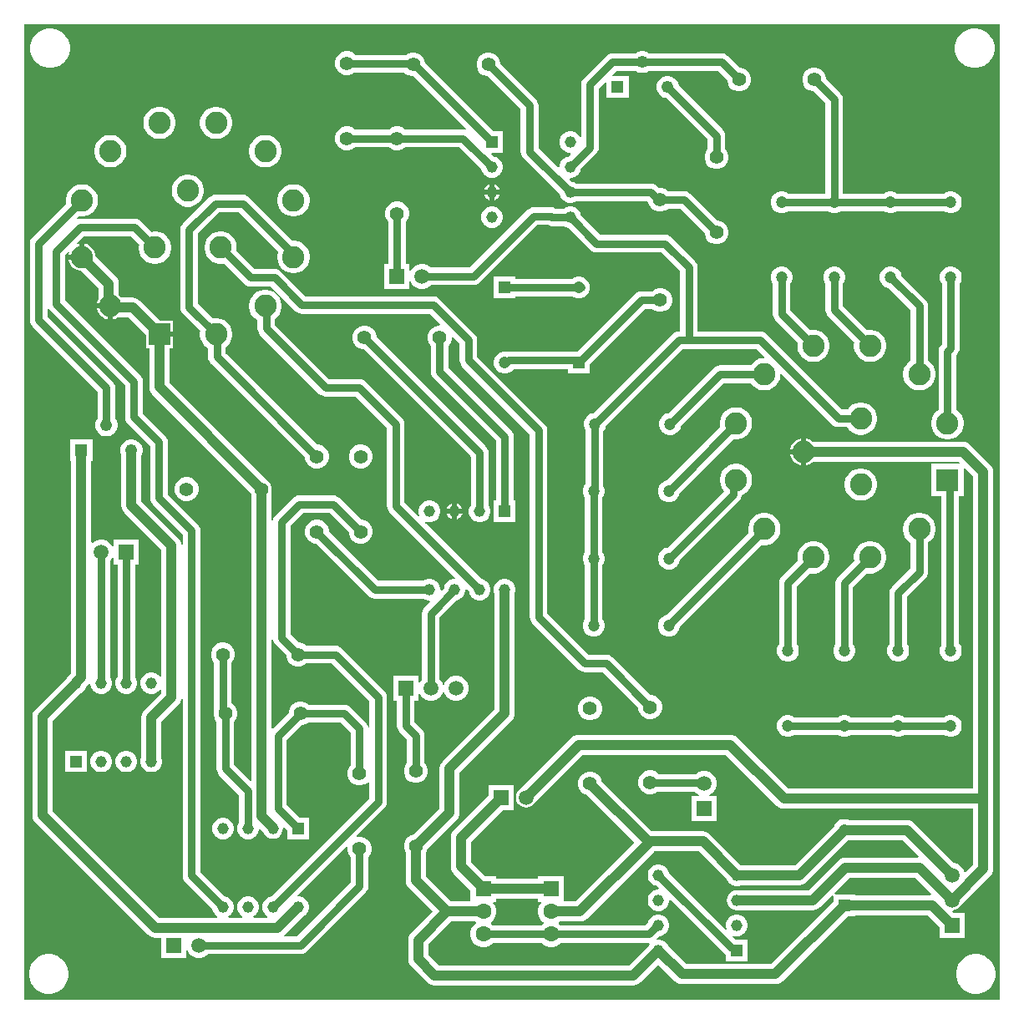
<source format=gtl>
G04*
G04 #@! TF.GenerationSoftware,Altium Limited,Altium Designer,22.4.2 (48)*
G04*
G04 Layer_Physical_Order=1*
G04 Layer_Color=255*
%FSLAX25Y25*%
%MOIN*%
G70*
G04*
G04 #@! TF.SameCoordinates,0208FD7A-64DB-45E4-85D5-A9DD0F7FCACB*
G04*
G04*
G04 #@! TF.FilePolarity,Positive*
G04*
G01*
G75*
%ADD30C,0.04724*%
%ADD31R,0.04724X0.04724*%
%ADD34C,0.03000*%
%ADD35C,0.04000*%
%ADD36C,0.04567*%
%ADD37R,0.04567X0.04567*%
%ADD38R,0.04567X0.04567*%
%ADD39C,0.08858*%
%ADD40R,0.08858X0.08858*%
%ADD41C,0.05512*%
%ADD42C,0.05906*%
%ADD43R,0.05906X0.05906*%
%ADD44R,0.05906X0.05906*%
%ADD45R,0.06299X0.06299*%
%ADD46C,0.06299*%
%ADD47R,0.08858X0.08858*%
%ADD48C,0.04811*%
%ADD49R,0.04811X0.04811*%
G36*
X391407Y2294D02*
X2294D01*
Y391407D01*
X391407D01*
Y2294D01*
D02*
G37*
%LPC*%
G36*
X382279Y389906D02*
X380721D01*
X379194Y389602D01*
X377755Y389006D01*
X376461Y388141D01*
X375359Y387039D01*
X374494Y385745D01*
X373898Y384306D01*
X373594Y382779D01*
Y381221D01*
X373898Y379694D01*
X374494Y378255D01*
X375359Y376960D01*
X376461Y375859D01*
X377755Y374994D01*
X379194Y374398D01*
X380721Y374095D01*
X382279D01*
X383806Y374398D01*
X385245Y374994D01*
X386540Y375859D01*
X387641Y376960D01*
X388506Y378255D01*
X389102Y379694D01*
X389405Y381221D01*
Y382779D01*
X389102Y384306D01*
X388506Y385745D01*
X387641Y387039D01*
X386540Y388141D01*
X385245Y389006D01*
X383806Y389602D01*
X382279Y389906D01*
D02*
G37*
G36*
X13279D02*
X11721D01*
X10194Y389602D01*
X8755Y389006D01*
X7461Y388141D01*
X6359Y387039D01*
X5494Y385745D01*
X4898Y384306D01*
X4594Y382779D01*
Y381221D01*
X4898Y379694D01*
X5494Y378255D01*
X6359Y376960D01*
X7461Y375859D01*
X8755Y374994D01*
X10194Y374398D01*
X11721Y374095D01*
X13279D01*
X14806Y374398D01*
X16245Y374994D01*
X17539Y375859D01*
X18641Y376960D01*
X19506Y378255D01*
X20102Y379694D01*
X20405Y381221D01*
Y382779D01*
X20102Y384306D01*
X19506Y385745D01*
X18641Y387039D01*
X17539Y388141D01*
X16245Y389006D01*
X14806Y389602D01*
X13279Y389906D01*
D02*
G37*
G36*
X131626Y380756D02*
X130374D01*
X129164Y380432D01*
X128080Y379806D01*
X127194Y378920D01*
X126568Y377836D01*
X126244Y376626D01*
Y375374D01*
X126568Y374164D01*
X127194Y373080D01*
X128080Y372194D01*
X129164Y371568D01*
X130374Y371244D01*
X131626D01*
X132836Y371568D01*
X133920Y372194D01*
X133946Y372220D01*
X154054D01*
X154580Y371694D01*
X155664Y371068D01*
X156874Y370744D01*
X157633D01*
X178492Y349885D01*
X178296Y349446D01*
X178257Y349413D01*
X177370Y349530D01*
X154196D01*
X153920Y349806D01*
X152836Y350432D01*
X151626Y350756D01*
X150374D01*
X149164Y350432D01*
X148080Y349806D01*
X147804Y349530D01*
X134196D01*
X133920Y349806D01*
X132836Y350432D01*
X131626Y350756D01*
X130374D01*
X129164Y350432D01*
X128080Y349806D01*
X127194Y348920D01*
X126568Y347836D01*
X126244Y346626D01*
Y345374D01*
X126568Y344164D01*
X127194Y343080D01*
X128080Y342194D01*
X129164Y341568D01*
X130374Y341244D01*
X131626D01*
X132836Y341568D01*
X133920Y342194D01*
X134196Y342470D01*
X147804D01*
X148080Y342194D01*
X149164Y341568D01*
X150374Y341244D01*
X151626D01*
X152836Y341568D01*
X153920Y342194D01*
X154196Y342470D01*
X175908D01*
X184640Y333738D01*
X184878Y332847D01*
X185442Y331870D01*
X186240Y331072D01*
X187217Y330508D01*
X188306Y330217D01*
X189434D01*
X190523Y330508D01*
X191500Y331072D01*
X192298Y331870D01*
X192862Y332847D01*
X193154Y333936D01*
Y335064D01*
X192862Y336153D01*
X192298Y337130D01*
X191500Y337928D01*
X190523Y338492D01*
X189632Y338730D01*
X188608Y339755D01*
X188799Y340216D01*
X193154D01*
Y348783D01*
X189579D01*
X162256Y376107D01*
Y376126D01*
X161932Y377336D01*
X161306Y378420D01*
X160420Y379306D01*
X159336Y379932D01*
X158126Y380256D01*
X156874D01*
X155664Y379932D01*
X154580Y379306D01*
X154554Y379280D01*
X134446D01*
X133920Y379806D01*
X132836Y380432D01*
X131626Y380756D01*
D02*
G37*
G36*
X249580Y380906D02*
X248420D01*
X247300Y380605D01*
X246304Y380030D01*
X237000D01*
X236086Y379910D01*
X235235Y379557D01*
X234504Y378996D01*
X225504Y369996D01*
X224943Y369265D01*
X224590Y368414D01*
X224470Y367500D01*
Y346550D01*
X223970Y346416D01*
X223558Y347130D01*
X222760Y347928D01*
X221783Y348492D01*
X220694Y348783D01*
X219566D01*
X218477Y348492D01*
X217500Y347928D01*
X216702Y347130D01*
X216139Y346153D01*
X215846Y345064D01*
Y343936D01*
X216139Y342847D01*
X216702Y341870D01*
X217500Y341072D01*
X218477Y340508D01*
X219566Y340216D01*
X220147D01*
X220354Y339717D01*
X219368Y338730D01*
X218477Y338492D01*
X217500Y337928D01*
X216702Y337130D01*
X216139Y336153D01*
X215846Y335064D01*
Y334483D01*
X215347Y334276D01*
X207436Y342187D01*
Y359095D01*
X207315Y360008D01*
X206963Y360860D01*
X206402Y361591D01*
X192256Y375737D01*
Y376126D01*
X191932Y377336D01*
X191306Y378420D01*
X190420Y379306D01*
X189336Y379932D01*
X188126Y380256D01*
X186874D01*
X185664Y379932D01*
X184580Y379306D01*
X183694Y378420D01*
X183068Y377336D01*
X182744Y376126D01*
Y374874D01*
X183068Y373664D01*
X183694Y372580D01*
X184580Y371694D01*
X185664Y371068D01*
X186874Y370744D01*
X187263D01*
X200375Y357632D01*
Y340725D01*
X200496Y339811D01*
X200848Y338960D01*
X201409Y338228D01*
X215900Y323738D01*
X216139Y322847D01*
X216702Y321870D01*
X217500Y321072D01*
X218477Y320508D01*
X219566Y320216D01*
X220694D01*
X221783Y320508D01*
X222582Y320970D01*
X250858D01*
X251350Y320478D01*
X251568Y319664D01*
X252194Y318580D01*
X253080Y317694D01*
X254164Y317068D01*
X255374Y316744D01*
X256626D01*
X257836Y317068D01*
X258920Y317694D01*
X259196Y317970D01*
X264038D01*
X273744Y308263D01*
Y307874D01*
X274068Y306664D01*
X274694Y305580D01*
X275580Y304694D01*
X276664Y304068D01*
X277874Y303744D01*
X279126D01*
X280336Y304068D01*
X281420Y304694D01*
X282306Y305580D01*
X282932Y306664D01*
X283256Y307874D01*
Y309126D01*
X282932Y310336D01*
X282306Y311420D01*
X281420Y312306D01*
X280336Y312932D01*
X279126Y313256D01*
X278737D01*
X267996Y323996D01*
X267265Y324557D01*
X266414Y324910D01*
X265500Y325030D01*
X259196D01*
X258920Y325306D01*
X257836Y325932D01*
X256626Y326256D01*
X255557D01*
X254817Y326996D01*
X254085Y327557D01*
X253234Y327910D01*
X252320Y328030D01*
X222582D01*
X221783Y328492D01*
X220892Y328730D01*
X219906Y329716D01*
X220113Y330217D01*
X220694D01*
X221783Y330508D01*
X222760Y331072D01*
X223558Y331870D01*
X224121Y332847D01*
X224360Y333738D01*
X230496Y339874D01*
X231057Y340605D01*
X231410Y341456D01*
X231530Y342370D01*
Y366038D01*
X234133Y368640D01*
X234594Y368449D01*
Y362094D01*
X243406D01*
Y370905D01*
X237051D01*
X236860Y371368D01*
X238462Y372970D01*
X246304D01*
X247300Y372395D01*
X248420Y372094D01*
X249580D01*
X250700Y372395D01*
X251696Y372970D01*
X279038D01*
X282744Y369264D01*
Y368874D01*
X283068Y367664D01*
X283694Y366580D01*
X284580Y365694D01*
X285664Y365068D01*
X286874Y364744D01*
X288126D01*
X289336Y365068D01*
X290420Y365694D01*
X291306Y366580D01*
X291932Y367664D01*
X292256Y368874D01*
Y370126D01*
X291932Y371336D01*
X291306Y372420D01*
X290420Y373306D01*
X289336Y373932D01*
X288126Y374256D01*
X287737D01*
X282996Y378996D01*
X282265Y379557D01*
X281414Y379910D01*
X280500Y380030D01*
X251696D01*
X250700Y380605D01*
X249580Y380906D01*
D02*
G37*
G36*
X79432Y358634D02*
X78166D01*
X76924Y358387D01*
X75754Y357902D01*
X74701Y357199D01*
X73805Y356303D01*
X73102Y355250D01*
X72617Y354080D01*
X72370Y352838D01*
Y351572D01*
X72617Y350329D01*
X73102Y349160D01*
X73805Y348107D01*
X74701Y347211D01*
X75754Y346507D01*
X76924Y346023D01*
X78166Y345776D01*
X79432D01*
X80674Y346023D01*
X81845Y346507D01*
X82898Y347211D01*
X83793Y348107D01*
X84497Y349160D01*
X84981Y350329D01*
X85228Y351572D01*
Y352838D01*
X84981Y354080D01*
X84497Y355250D01*
X83793Y356303D01*
X82898Y357199D01*
X81845Y357902D01*
X80674Y358387D01*
X79432Y358634D01*
D02*
G37*
G36*
X56834D02*
X55568D01*
X54325Y358387D01*
X53155Y357902D01*
X52103Y357199D01*
X51207Y356303D01*
X50503Y355250D01*
X50019Y354080D01*
X49772Y352838D01*
Y351572D01*
X50019Y350329D01*
X50503Y349160D01*
X51207Y348107D01*
X52103Y347211D01*
X53155Y346507D01*
X54325Y346023D01*
X55568Y345776D01*
X56834D01*
X58076Y346023D01*
X59246Y346507D01*
X60299Y347211D01*
X61195Y348107D01*
X61898Y349160D01*
X62383Y350329D01*
X62630Y351572D01*
Y352838D01*
X62383Y354080D01*
X61898Y355250D01*
X61195Y356303D01*
X60299Y357199D01*
X59246Y357902D01*
X58076Y358387D01*
X56834Y358634D01*
D02*
G37*
G36*
X99039Y347335D02*
X97772D01*
X96530Y347088D01*
X95360Y346603D01*
X94307Y345899D01*
X93412Y345004D01*
X92708Y343951D01*
X92224Y342781D01*
X91976Y341539D01*
Y340272D01*
X92224Y339030D01*
X92708Y337860D01*
X93412Y336807D01*
X94307Y335912D01*
X95360Y335208D01*
X96530Y334723D01*
X97772Y334476D01*
X99039D01*
X100281Y334723D01*
X101451Y335208D01*
X102504Y335912D01*
X103399Y336807D01*
X104103Y337860D01*
X104588Y339030D01*
X104835Y340272D01*
Y341539D01*
X104588Y342781D01*
X104103Y343951D01*
X103399Y345004D01*
X102504Y345899D01*
X101451Y346603D01*
X100281Y347088D01*
X99039Y347335D01*
D02*
G37*
G36*
X37228D02*
X35961D01*
X34719Y347088D01*
X33549Y346603D01*
X32496Y345899D01*
X31601Y345004D01*
X30897Y343951D01*
X30412Y342781D01*
X30165Y341539D01*
Y340272D01*
X30412Y339030D01*
X30897Y337860D01*
X31601Y336807D01*
X32496Y335912D01*
X33549Y335208D01*
X34719Y334723D01*
X35961Y334476D01*
X37228D01*
X38470Y334723D01*
X39640Y335208D01*
X40693Y335912D01*
X41588Y336807D01*
X42292Y337860D01*
X42777Y339030D01*
X43023Y340272D01*
Y341539D01*
X42777Y342781D01*
X42292Y343951D01*
X41588Y345004D01*
X40693Y345899D01*
X39640Y346603D01*
X38470Y347088D01*
X37228Y347335D01*
D02*
G37*
G36*
X259580Y370905D02*
X258420D01*
X257299Y370605D01*
X256295Y370025D01*
X255475Y369205D01*
X254895Y368200D01*
X254594Y367080D01*
Y365920D01*
X254895Y364799D01*
X255475Y363795D01*
X256295Y362975D01*
X257299Y362395D01*
X258411Y362097D01*
X274970Y345538D01*
Y341696D01*
X274694Y341420D01*
X274068Y340336D01*
X273744Y339126D01*
Y337874D01*
X274068Y336664D01*
X274694Y335580D01*
X275580Y334694D01*
X276664Y334068D01*
X277874Y333744D01*
X279126D01*
X280336Y334068D01*
X281420Y334694D01*
X282306Y335580D01*
X282932Y336664D01*
X283256Y337874D01*
Y339126D01*
X282932Y340336D01*
X282306Y341420D01*
X282030Y341696D01*
Y347000D01*
X281910Y347914D01*
X281557Y348765D01*
X280996Y349496D01*
X263403Y367090D01*
X263105Y368200D01*
X262525Y369205D01*
X261705Y370025D01*
X260700Y370605D01*
X259580Y370905D01*
D02*
G37*
G36*
X189870Y327631D02*
Y325500D01*
X192001D01*
X191930Y325767D01*
X191497Y326516D01*
X190886Y327127D01*
X190137Y327560D01*
X189870Y327631D01*
D02*
G37*
G36*
X187870D02*
X187603Y327560D01*
X186854Y327127D01*
X186243Y326516D01*
X185810Y325767D01*
X185739Y325500D01*
X187870D01*
Y327631D01*
D02*
G37*
G36*
X318126Y374256D02*
X316874D01*
X315664Y373932D01*
X314580Y373306D01*
X313694Y372420D01*
X313068Y371336D01*
X312744Y370126D01*
Y368874D01*
X313068Y367664D01*
X313694Y366580D01*
X314580Y365694D01*
X315664Y365068D01*
X316874Y364744D01*
X317263D01*
X321970Y360038D01*
Y324030D01*
X307110D01*
X306184Y324565D01*
X305074Y324862D01*
X303926D01*
X302816Y324565D01*
X301821Y323991D01*
X301009Y323179D01*
X300435Y322184D01*
X300138Y321074D01*
Y319926D01*
X300435Y318816D01*
X301009Y317822D01*
X301821Y317009D01*
X302816Y316435D01*
X303926Y316138D01*
X305074D01*
X306184Y316435D01*
X307110Y316970D01*
X322890D01*
X323816Y316435D01*
X324926Y316138D01*
X326074D01*
X327184Y316435D01*
X328110Y316970D01*
X345390D01*
X346316Y316435D01*
X347426Y316138D01*
X348574D01*
X349684Y316435D01*
X350610Y316970D01*
X369390D01*
X370316Y316435D01*
X371426Y316138D01*
X372574D01*
X373684Y316435D01*
X374678Y317009D01*
X375491Y317822D01*
X376065Y318816D01*
X376362Y319926D01*
Y321074D01*
X376065Y322184D01*
X375491Y323179D01*
X374678Y323991D01*
X373684Y324565D01*
X372574Y324862D01*
X371426D01*
X370316Y324565D01*
X369390Y324030D01*
X350610D01*
X349684Y324565D01*
X348574Y324862D01*
X347426D01*
X346316Y324565D01*
X345390Y324030D01*
X329030D01*
Y361500D01*
X328910Y362414D01*
X328557Y363265D01*
X327996Y363996D01*
X322256Y369737D01*
Y370126D01*
X321932Y371336D01*
X321306Y372420D01*
X320420Y373306D01*
X319336Y373932D01*
X318126Y374256D01*
D02*
G37*
G36*
X192001Y323500D02*
X189870D01*
Y321369D01*
X190137Y321440D01*
X190886Y321873D01*
X191497Y322484D01*
X191930Y323233D01*
X192001Y323500D01*
D02*
G37*
G36*
X187870D02*
X185739D01*
X185810Y323233D01*
X186243Y322484D01*
X186854Y321873D01*
X187603Y321440D01*
X187870Y321369D01*
Y323500D01*
D02*
G37*
G36*
X68133Y331587D02*
X66867D01*
X65625Y331340D01*
X64455Y330855D01*
X63402Y330151D01*
X62506Y329256D01*
X61803Y328203D01*
X61318Y327033D01*
X61071Y325791D01*
Y324524D01*
X61318Y323282D01*
X61803Y322112D01*
X62506Y321059D01*
X63402Y320164D01*
X64455Y319460D01*
X65625Y318975D01*
X66867Y318728D01*
X68133D01*
X69375Y318975D01*
X70545Y319460D01*
X71598Y320164D01*
X72494Y321059D01*
X73197Y322112D01*
X73682Y323282D01*
X73929Y324524D01*
Y325791D01*
X73682Y327033D01*
X73197Y328203D01*
X72494Y329256D01*
X71598Y330151D01*
X70545Y330855D01*
X69375Y331340D01*
X68133Y331587D01*
D02*
G37*
G36*
X110338Y327728D02*
X109072D01*
X107829Y327481D01*
X106659Y326997D01*
X105606Y326293D01*
X104711Y325397D01*
X104007Y324344D01*
X103523Y323175D01*
X103276Y321932D01*
Y320666D01*
X103523Y319424D01*
X104007Y318254D01*
X104711Y317201D01*
X105606Y316305D01*
X106659Y315602D01*
X107829Y315117D01*
X109072Y314870D01*
X110338D01*
X111580Y315117D01*
X112750Y315602D01*
X113803Y316305D01*
X114699Y317201D01*
X115402Y318254D01*
X115887Y319424D01*
X116134Y320666D01*
Y321932D01*
X115887Y323175D01*
X115402Y324344D01*
X114699Y325397D01*
X113803Y326293D01*
X112750Y326997D01*
X111580Y327481D01*
X110338Y327728D01*
D02*
G37*
G36*
X25928D02*
X24662D01*
X23420Y327481D01*
X22250Y326997D01*
X21197Y326293D01*
X20301Y325397D01*
X19598Y324344D01*
X19113Y323175D01*
X18866Y321932D01*
Y320666D01*
X18999Y319996D01*
X5504Y306500D01*
X4943Y305769D01*
X4590Y304918D01*
X4470Y304004D01*
Y273500D01*
X4590Y272586D01*
X4943Y271735D01*
X5504Y271004D01*
X31470Y245038D01*
Y234196D01*
X30895Y233201D01*
X30595Y232080D01*
Y230920D01*
X30895Y229800D01*
X31475Y228795D01*
X32295Y227975D01*
X33299Y227395D01*
X34420Y227095D01*
X35580D01*
X36700Y227395D01*
X37705Y227975D01*
X38525Y228795D01*
X39105Y229800D01*
X39406Y230920D01*
Y232080D01*
X39105Y233201D01*
X38530Y234196D01*
Y246500D01*
X38530Y246500D01*
X38410Y247414D01*
X38057Y248265D01*
X37496Y248996D01*
X11530Y274962D01*
Y277990D01*
X12030Y278121D01*
X12504Y277504D01*
X42470Y247538D01*
Y234750D01*
X42590Y233836D01*
X42943Y232985D01*
X43504Y232254D01*
X52470Y223288D01*
Y202500D01*
X52590Y201586D01*
X52943Y200735D01*
X53504Y200004D01*
X65470Y188038D01*
Y184024D01*
X64970Y183992D01*
X64897Y184544D01*
X64494Y185517D01*
X63853Y186353D01*
X63853Y186353D01*
X49035Y201171D01*
Y219677D01*
X49105Y219799D01*
X49406Y220920D01*
Y222080D01*
X49105Y223200D01*
X48525Y224205D01*
X47705Y225025D01*
X46701Y225605D01*
X45580Y225905D01*
X44420D01*
X43299Y225605D01*
X42295Y225025D01*
X41475Y224205D01*
X40895Y223200D01*
X40595Y222080D01*
Y220920D01*
X40895Y219799D01*
X40966Y219677D01*
Y199500D01*
X40966Y199500D01*
X41103Y198456D01*
X41506Y197483D01*
X42147Y196647D01*
X56966Y181829D01*
Y131294D01*
X56482Y131165D01*
X56428Y131260D01*
X55630Y132058D01*
X54653Y132622D01*
X53564Y132913D01*
X52436D01*
X51347Y132622D01*
X50370Y132058D01*
X49572Y131260D01*
X49008Y130283D01*
X48717Y129194D01*
Y128066D01*
X49008Y126977D01*
X49572Y126000D01*
X50370Y125202D01*
X51347Y124638D01*
X52436Y124346D01*
X53564D01*
X54653Y124638D01*
X55630Y125202D01*
X56428Y126000D01*
X56482Y126095D01*
X56966Y125966D01*
Y124568D01*
X50147Y117750D01*
X49506Y116914D01*
X49103Y115941D01*
X48965Y114897D01*
X48965Y114897D01*
Y98863D01*
X48717Y97934D01*
Y96806D01*
X49008Y95717D01*
X49572Y94740D01*
X50370Y93942D01*
X51347Y93378D01*
X52436Y93086D01*
X53564D01*
X54653Y93378D01*
X55630Y93942D01*
X56428Y94740D01*
X56991Y95717D01*
X57284Y96806D01*
Y97934D01*
X57034Y98863D01*
Y113226D01*
X63853Y120044D01*
X64494Y120880D01*
X64897Y121853D01*
X64970Y122405D01*
X65470Y122373D01*
Y51740D01*
X65590Y50826D01*
X65943Y49975D01*
X66504Y49244D01*
X77270Y38478D01*
X77508Y37587D01*
X78072Y36610D01*
X78870Y35812D01*
X79351Y35535D01*
X79217Y35034D01*
X56171D01*
X13534Y77671D01*
Y113459D01*
X24797Y124722D01*
X25630Y125202D01*
X26428Y126000D01*
X26992Y126977D01*
X27125Y127473D01*
X27853Y128201D01*
X27853Y128201D01*
X28216Y128675D01*
X28716Y128505D01*
Y128066D01*
X29008Y126977D01*
X29572Y126000D01*
X30370Y125202D01*
X31347Y124638D01*
X32436Y124346D01*
X33564D01*
X34653Y124638D01*
X35630Y125202D01*
X36428Y126000D01*
X36992Y126977D01*
X37284Y128066D01*
Y129194D01*
X36992Y130283D01*
X36530Y131082D01*
Y177526D01*
X36963Y177959D01*
X37547Y178971D01*
X38047Y178837D01*
Y176047D01*
X39470D01*
Y131082D01*
X39008Y130283D01*
X38717Y129194D01*
Y128066D01*
X39008Y126977D01*
X39572Y126000D01*
X40370Y125202D01*
X41347Y124638D01*
X42436Y124346D01*
X43564D01*
X44653Y124638D01*
X45630Y125202D01*
X46428Y126000D01*
X46992Y126977D01*
X47284Y128066D01*
Y129194D01*
X46992Y130283D01*
X46530Y131082D01*
Y176047D01*
X47953D01*
Y185953D01*
X38047D01*
Y183163D01*
X37547Y183029D01*
X36963Y184041D01*
X36041Y184963D01*
X34912Y185615D01*
X33652Y185953D01*
X32348D01*
X31088Y185615D01*
X29959Y184963D01*
X29535Y184539D01*
X29035Y184746D01*
Y217094D01*
X29406D01*
Y225905D01*
X20595D01*
Y217094D01*
X20966D01*
Y132725D01*
X20147Y131907D01*
X19910Y131598D01*
X19572Y131260D01*
X19092Y130427D01*
X6647Y117983D01*
X6006Y117147D01*
X5603Y116174D01*
X5466Y115130D01*
X5466Y115130D01*
Y76000D01*
X5466Y76000D01*
X5603Y74956D01*
X6006Y73983D01*
X6647Y73147D01*
X51647Y28147D01*
X52483Y27506D01*
X53456Y27103D01*
X54500Y26965D01*
X57047D01*
Y19047D01*
X66953D01*
Y21837D01*
X67453Y21971D01*
X68037Y20959D01*
X68959Y20037D01*
X70088Y19385D01*
X71348Y19047D01*
X72652D01*
X73912Y19385D01*
X75041Y20037D01*
X75474Y20470D01*
X112500D01*
X113414Y20590D01*
X114265Y20943D01*
X114996Y21504D01*
X138496Y45004D01*
X139057Y45735D01*
X139410Y46586D01*
X139530Y47500D01*
Y59304D01*
X139806Y59580D01*
X140432Y60664D01*
X140756Y61874D01*
Y63126D01*
X140432Y64336D01*
X139806Y65420D01*
X138920Y66306D01*
X137836Y66932D01*
X136626Y67256D01*
X135374D01*
X135125Y67189D01*
X134875Y67622D01*
X145996Y78744D01*
X146557Y79475D01*
X146910Y80326D01*
X147030Y81240D01*
Y123000D01*
X146910Y123914D01*
X146557Y124765D01*
X145996Y125496D01*
X128996Y142496D01*
X128265Y143057D01*
X127414Y143410D01*
X126500Y143530D01*
X114696D01*
X114420Y143806D01*
X113336Y144432D01*
X112126Y144756D01*
X111737D01*
X108530Y147962D01*
Y191538D01*
X113462Y196470D01*
X124038D01*
X131744Y188763D01*
Y188374D01*
X132068Y187164D01*
X132694Y186080D01*
X133580Y185194D01*
X134664Y184568D01*
X135874Y184244D01*
X137126D01*
X138336Y184568D01*
X139420Y185194D01*
X140306Y186080D01*
X140932Y187164D01*
X141256Y188374D01*
Y189626D01*
X140932Y190836D01*
X140306Y191920D01*
X139420Y192806D01*
X138336Y193432D01*
X137126Y193756D01*
X136737D01*
X127996Y202496D01*
X127265Y203057D01*
X126414Y203410D01*
X125500Y203530D01*
X112000D01*
X111086Y203410D01*
X110235Y203057D01*
X109504Y202496D01*
X109504Y202496D01*
X102504Y195496D01*
X101943Y194765D01*
X101590Y193914D01*
X101534Y193492D01*
X101034Y193524D01*
Y206000D01*
X100897Y207044D01*
X100494Y208017D01*
X99853Y208853D01*
X60235Y248470D01*
Y262366D01*
X61630D01*
Y266795D01*
X56201D01*
Y268795D01*
X61630D01*
Y273224D01*
X56477D01*
X48376Y281325D01*
X47541Y281966D01*
X46568Y282369D01*
X45524Y282507D01*
X45524Y282507D01*
X40860D01*
X40007Y283360D01*
Y288023D01*
X40007Y288023D01*
X39869Y289068D01*
X39467Y290041D01*
X38825Y290876D01*
X38825Y290876D01*
X30724Y298977D01*
Y299416D01*
X30354Y300796D01*
X29640Y302034D01*
X28629Y303045D01*
X27391Y303760D01*
X26295Y304053D01*
Y298701D01*
X25295D01*
Y297701D01*
X19942D01*
X20236Y296605D01*
X20951Y295367D01*
X21962Y294356D01*
X23200Y293642D01*
X24580Y293272D01*
X25019D01*
X31938Y286352D01*
Y281887D01*
X31535Y281190D01*
X31242Y280094D01*
X36594D01*
Y279094D01*
X37594D01*
Y273742D01*
X38690Y274035D01*
X39388Y274438D01*
X43852D01*
X50772Y267519D01*
Y262366D01*
X52166D01*
Y246799D01*
X52166Y246799D01*
X52304Y245755D01*
X52707Y244782D01*
X53348Y243946D01*
X92966Y204329D01*
Y89680D01*
X92503Y89489D01*
X86030Y95962D01*
Y113304D01*
X86306Y113580D01*
X86932Y114664D01*
X87256Y115874D01*
Y117126D01*
X86932Y118336D01*
X86306Y119420D01*
X85420Y120306D01*
X85030Y120531D01*
Y136804D01*
X85306Y137080D01*
X85932Y138164D01*
X86256Y139374D01*
Y140626D01*
X85932Y141836D01*
X85306Y142920D01*
X84420Y143806D01*
X83336Y144432D01*
X82126Y144756D01*
X80874D01*
X79664Y144432D01*
X78580Y143806D01*
X77694Y142920D01*
X77068Y141836D01*
X76744Y140626D01*
Y139374D01*
X77068Y138164D01*
X77694Y137080D01*
X77970Y136804D01*
Y118180D01*
X77988Y118038D01*
X77744Y117126D01*
Y115874D01*
X78068Y114664D01*
X78694Y113580D01*
X78970Y113304D01*
Y94500D01*
X79090Y93586D01*
X79443Y92735D01*
X80004Y92004D01*
X87970Y84038D01*
Y72952D01*
X87508Y72153D01*
X87217Y71064D01*
Y69936D01*
X87508Y68847D01*
X88072Y67870D01*
X88870Y67072D01*
X89847Y66509D01*
X90936Y66216D01*
X92064D01*
X93153Y66509D01*
X94130Y67072D01*
X94928Y67870D01*
X95491Y68847D01*
X95784Y69936D01*
Y70282D01*
X96245Y70473D01*
X97844Y68875D01*
X98006Y68483D01*
X98647Y67647D01*
X99483Y67006D01*
X100456Y66603D01*
X101500Y66466D01*
X102544Y66603D01*
X103517Y67006D01*
X104353Y67647D01*
X104994Y68483D01*
X105397Y69456D01*
X105535Y70500D01*
Y70766D01*
X106000Y71008D01*
X107217Y69791D01*
Y66216D01*
X115784D01*
Y74783D01*
X112209D01*
X107030Y79962D01*
Y106038D01*
X112737Y111744D01*
X113126D01*
X114336Y112068D01*
X115420Y112694D01*
X115696Y112970D01*
X128538D01*
X132470Y109038D01*
Y95696D01*
X132194Y95420D01*
X131568Y94336D01*
X131244Y93126D01*
Y91874D01*
X131568Y90664D01*
X132194Y89580D01*
X133080Y88694D01*
X134164Y88068D01*
X135374Y87744D01*
X136626D01*
X137836Y88068D01*
X138920Y88694D01*
X139470Y89244D01*
X139970Y89037D01*
Y82702D01*
X100738Y43470D01*
X99847Y43231D01*
X98870Y42668D01*
X98072Y41870D01*
X97509Y40893D01*
X97216Y39804D01*
Y38676D01*
X97509Y37587D01*
X98072Y36610D01*
X98870Y35812D01*
X99351Y35535D01*
X99217Y35034D01*
X93783D01*
X93649Y35535D01*
X94130Y35812D01*
X94928Y36610D01*
X95491Y37587D01*
X95784Y38676D01*
Y39804D01*
X95491Y40893D01*
X94928Y41870D01*
X94130Y42668D01*
X93153Y43231D01*
X92064Y43523D01*
X90936D01*
X89847Y43231D01*
X88870Y42668D01*
X88072Y41870D01*
X87508Y40893D01*
X87217Y39804D01*
Y38676D01*
X87508Y37587D01*
X88072Y36610D01*
X88870Y35812D01*
X89351Y35535D01*
X89217Y35034D01*
X83783D01*
X83649Y35535D01*
X84130Y35812D01*
X84928Y36610D01*
X85492Y37587D01*
X85783Y38676D01*
Y39804D01*
X85492Y40893D01*
X84928Y41870D01*
X84130Y42668D01*
X83153Y43231D01*
X82262Y43470D01*
X72530Y53202D01*
Y189500D01*
X72410Y190414D01*
X72057Y191265D01*
X71496Y191996D01*
X59530Y203962D01*
Y224750D01*
X59530Y224750D01*
X59410Y225664D01*
X59057Y226515D01*
X58496Y227246D01*
X49530Y236212D01*
Y249000D01*
X49410Y249914D01*
X49057Y250765D01*
X48496Y251496D01*
X18530Y281462D01*
Y299538D01*
X19693Y300700D01*
X20141Y300441D01*
X19942Y299701D01*
X24295D01*
Y304053D01*
X23555Y303855D01*
X23296Y304303D01*
X25962Y306970D01*
X44833D01*
X48078Y303725D01*
X47945Y303054D01*
Y301788D01*
X48192Y300546D01*
X48677Y299376D01*
X49380Y298323D01*
X50276Y297427D01*
X51329Y296724D01*
X52499Y296239D01*
X53741Y295992D01*
X55007D01*
X56249Y296239D01*
X57419Y296724D01*
X58472Y297427D01*
X59368Y298323D01*
X60071Y299376D01*
X60556Y300546D01*
X60803Y301788D01*
Y303054D01*
X60556Y304296D01*
X60071Y305467D01*
X59368Y306520D01*
X58472Y307415D01*
X57419Y308119D01*
X56249Y308603D01*
X55007Y308850D01*
X53741D01*
X53071Y308717D01*
X48791Y312996D01*
X48060Y313557D01*
X47209Y313910D01*
X46295Y314030D01*
X24500D01*
X23608Y313913D01*
X23570Y313944D01*
X23346Y314357D01*
X23992Y315003D01*
X24662Y314870D01*
X25928D01*
X27171Y315117D01*
X28341Y315602D01*
X29394Y316305D01*
X30289Y317201D01*
X30993Y318254D01*
X31477Y319424D01*
X31724Y320666D01*
Y321932D01*
X31477Y323175D01*
X30993Y324344D01*
X30289Y325397D01*
X29394Y326293D01*
X28341Y326997D01*
X27171Y327481D01*
X25928Y327728D01*
D02*
G37*
G36*
X189434Y318783D02*
X188306D01*
X187217Y318492D01*
X186240Y317928D01*
X185442Y317130D01*
X184878Y316153D01*
X184587Y315064D01*
Y313936D01*
X184878Y312847D01*
X185442Y311870D01*
X186240Y311072D01*
X187217Y310508D01*
X188306Y310216D01*
X189434D01*
X190523Y310508D01*
X191500Y311072D01*
X192298Y311870D01*
X192862Y312847D01*
X193154Y313936D01*
Y315064D01*
X192862Y316153D01*
X192298Y317130D01*
X191500Y317928D01*
X190523Y318492D01*
X189434Y318783D01*
D02*
G37*
G36*
X89500Y323530D02*
X78500D01*
X77586Y323410D01*
X76735Y323057D01*
X76004Y322496D01*
X65504Y311996D01*
X64943Y311265D01*
X64590Y310414D01*
X64470Y309500D01*
Y278594D01*
X64590Y277681D01*
X64943Y276829D01*
X65504Y276098D01*
X72503Y269099D01*
X72370Y268428D01*
Y267162D01*
X72617Y265920D01*
X73102Y264750D01*
X73805Y263697D01*
X74701Y262801D01*
X75604Y262198D01*
Y258866D01*
X75724Y257952D01*
X76077Y257101D01*
X76638Y256370D01*
X114244Y218763D01*
Y218374D01*
X114568Y217164D01*
X115194Y216080D01*
X116080Y215194D01*
X117164Y214568D01*
X118374Y214244D01*
X119626D01*
X120836Y214568D01*
X121920Y215194D01*
X122806Y216080D01*
X123432Y217164D01*
X123756Y218374D01*
Y219626D01*
X123432Y220836D01*
X122806Y221920D01*
X121920Y222806D01*
X120836Y223432D01*
X119626Y223756D01*
X119237D01*
X82664Y260328D01*
Y262645D01*
X82898Y262801D01*
X83793Y263697D01*
X84497Y264750D01*
X84981Y265920D01*
X85228Y267162D01*
Y268428D01*
X84981Y269671D01*
X84497Y270841D01*
X83793Y271894D01*
X82898Y272789D01*
X81845Y273493D01*
X80674Y273977D01*
X79432Y274224D01*
X78166D01*
X77496Y274091D01*
X71530Y280057D01*
Y308038D01*
X79962Y316470D01*
X88038D01*
X103642Y300865D01*
X103523Y300576D01*
X103276Y299334D01*
Y298068D01*
X103523Y296826D01*
X104007Y295655D01*
X104711Y294602D01*
X105606Y293707D01*
X106659Y293003D01*
X107829Y292519D01*
X109072Y292272D01*
X110338D01*
X111580Y292519D01*
X112750Y293003D01*
X113803Y293707D01*
X114699Y294602D01*
X115402Y295655D01*
X115887Y296826D01*
X116134Y298068D01*
Y299334D01*
X115887Y300576D01*
X115402Y301746D01*
X114699Y302799D01*
X113803Y303695D01*
X112750Y304398D01*
X111580Y304883D01*
X110338Y305130D01*
X109362D01*
X91996Y322496D01*
X91265Y323057D01*
X90414Y323410D01*
X89500Y323530D01*
D02*
G37*
G36*
X224074Y290874D02*
X222926D01*
X221816Y290577D01*
X220890Y290042D01*
X198362D01*
Y290874D01*
X189638D01*
Y282150D01*
X198362D01*
Y282982D01*
X220890D01*
X221816Y282447D01*
X222926Y282150D01*
X224074D01*
X225184Y282447D01*
X226179Y283021D01*
X226991Y283833D01*
X227398Y284540D01*
X227557Y284747D01*
X227910Y285598D01*
X228030Y286512D01*
X227910Y287425D01*
X227557Y288277D01*
X227398Y288484D01*
X226991Y289190D01*
X226179Y290002D01*
X225184Y290577D01*
X224074Y290874D01*
D02*
G37*
G36*
X256626Y286256D02*
X255374D01*
X254164Y285932D01*
X253080Y285306D01*
X252804Y285030D01*
X248500D01*
X248500Y285030D01*
X247586Y284910D01*
X246735Y284557D01*
X246004Y283996D01*
X223038Y261030D01*
X195478D01*
X194565Y260910D01*
X194421Y260850D01*
X193426D01*
X192316Y260553D01*
X191322Y259979D01*
X190509Y259167D01*
X189935Y258172D01*
X189638Y257063D01*
Y255914D01*
X189935Y254804D01*
X190509Y253810D01*
X191322Y252998D01*
X192316Y252423D01*
X193426Y252126D01*
X194574D01*
X195684Y252423D01*
X196678Y252998D01*
X197491Y253810D01*
X197583Y253970D01*
X219138D01*
Y252126D01*
X227862D01*
Y255870D01*
X249962Y277970D01*
X252804D01*
X253080Y277694D01*
X254164Y277068D01*
X255374Y276744D01*
X256626D01*
X257836Y277068D01*
X258920Y277694D01*
X259806Y278580D01*
X260432Y279664D01*
X260756Y280874D01*
Y282126D01*
X260432Y283336D01*
X259806Y284420D01*
X258920Y285306D01*
X257836Y285932D01*
X256626Y286256D01*
D02*
G37*
G36*
X35594Y278094D02*
X31242D01*
X31535Y276999D01*
X32250Y275761D01*
X33261Y274750D01*
X34499Y274035D01*
X35594Y273742D01*
Y278094D01*
D02*
G37*
G36*
X326074Y294862D02*
X324926D01*
X323816Y294565D01*
X322821Y293991D01*
X322009Y293179D01*
X321435Y292184D01*
X321138Y291074D01*
Y289926D01*
X321435Y288816D01*
X321970Y287890D01*
Y277504D01*
X322090Y276590D01*
X322443Y275739D01*
X323004Y275008D01*
X333503Y264508D01*
X333370Y263838D01*
Y262572D01*
X333617Y261330D01*
X334102Y260159D01*
X334805Y259106D01*
X335701Y258211D01*
X336754Y257507D01*
X337924Y257023D01*
X339166Y256776D01*
X340432D01*
X341674Y257023D01*
X342845Y257507D01*
X343898Y258211D01*
X344793Y259106D01*
X345497Y260159D01*
X345981Y261330D01*
X346228Y262572D01*
Y263838D01*
X345981Y265080D01*
X345497Y266250D01*
X344793Y267303D01*
X343898Y268199D01*
X342845Y268902D01*
X341674Y269387D01*
X340432Y269634D01*
X339166D01*
X338496Y269501D01*
X329030Y278966D01*
Y287890D01*
X329565Y288816D01*
X329862Y289926D01*
Y291074D01*
X329565Y292184D01*
X328991Y293179D01*
X328179Y293991D01*
X327184Y294565D01*
X326074Y294862D01*
D02*
G37*
G36*
X305074D02*
X303926D01*
X302816Y294565D01*
X301821Y293991D01*
X301009Y293179D01*
X300435Y292184D01*
X300138Y291074D01*
Y289926D01*
X300435Y288816D01*
X300970Y287890D01*
Y275906D01*
X301090Y274992D01*
X301443Y274141D01*
X302004Y273409D01*
X310905Y264508D01*
X310772Y263838D01*
Y262572D01*
X311019Y261330D01*
X311503Y260159D01*
X312207Y259106D01*
X313103Y258211D01*
X314156Y257507D01*
X315325Y257023D01*
X316568Y256776D01*
X317834D01*
X319076Y257023D01*
X320246Y257507D01*
X321299Y258211D01*
X322195Y259106D01*
X322898Y260159D01*
X323383Y261330D01*
X323630Y262572D01*
Y263838D01*
X323383Y265080D01*
X322898Y266250D01*
X322195Y267303D01*
X321299Y268199D01*
X320246Y268902D01*
X319076Y269387D01*
X317834Y269634D01*
X316568D01*
X315897Y269501D01*
X308030Y277368D01*
Y287890D01*
X308565Y288816D01*
X308862Y289926D01*
Y291074D01*
X308565Y292184D01*
X307991Y293179D01*
X307178Y293991D01*
X306184Y294565D01*
X305074Y294862D01*
D02*
G37*
G36*
X348574D02*
X347426D01*
X346316Y294565D01*
X345321Y293991D01*
X344509Y293179D01*
X343935Y292184D01*
X343638Y291074D01*
Y289926D01*
X343935Y288816D01*
X344509Y287822D01*
X345321Y287009D01*
X346316Y286435D01*
X347349Y286158D01*
X355875Y277632D01*
Y257279D01*
X355307Y256899D01*
X354412Y256004D01*
X353708Y254951D01*
X353223Y253781D01*
X352976Y252539D01*
Y251272D01*
X353223Y250030D01*
X353708Y248860D01*
X354412Y247807D01*
X355307Y246912D01*
X356360Y246208D01*
X357530Y245724D01*
X358772Y245477D01*
X360039D01*
X361281Y245724D01*
X362451Y246208D01*
X363504Y246912D01*
X364399Y247807D01*
X365103Y248860D01*
X365588Y250030D01*
X365835Y251272D01*
Y252539D01*
X365588Y253781D01*
X365103Y254951D01*
X364399Y256004D01*
X363504Y256899D01*
X362936Y257279D01*
Y279094D01*
X362815Y280008D01*
X362463Y280859D01*
X361902Y281591D01*
X352342Y291151D01*
X352065Y292184D01*
X351491Y293179D01*
X350678Y293991D01*
X349684Y294565D01*
X348574Y294862D01*
D02*
G37*
G36*
X151626Y320756D02*
X150374D01*
X149164Y320432D01*
X148080Y319806D01*
X147194Y318920D01*
X146568Y317836D01*
X146244Y316626D01*
Y315374D01*
X146568Y314164D01*
X147194Y313080D01*
X147470Y312804D01*
Y295953D01*
X146047D01*
Y286047D01*
X155953D01*
Y288837D01*
X156453Y288971D01*
X157037Y287959D01*
X157959Y287037D01*
X159088Y286385D01*
X160348Y286047D01*
X161652D01*
X162912Y286385D01*
X164041Y287037D01*
X164474Y287470D01*
X181500D01*
X182414Y287590D01*
X183265Y287943D01*
X183996Y288504D01*
X206962Y311470D01*
X211053D01*
X211088Y311443D01*
X211939Y311090D01*
X212853Y310970D01*
X217678D01*
X218477Y310508D01*
X219368Y310270D01*
X228134Y301504D01*
X228865Y300943D01*
X229716Y300590D01*
X230630Y300470D01*
X256538D01*
X263970Y293038D01*
Y269030D01*
X263500D01*
X262586Y268910D01*
X261735Y268557D01*
X261004Y267996D01*
X229349Y236342D01*
X228316Y236065D01*
X227322Y235491D01*
X226509Y234678D01*
X225935Y233684D01*
X225638Y232574D01*
Y231426D01*
X225935Y230316D01*
X226220Y229823D01*
Y208055D01*
X226009Y207845D01*
X225435Y206850D01*
X225138Y205741D01*
Y204592D01*
X225435Y203483D01*
X225970Y202557D01*
Y180943D01*
X225435Y180017D01*
X225138Y178908D01*
Y177759D01*
X225435Y176650D01*
X225970Y175723D01*
Y154110D01*
X225435Y153184D01*
X225138Y152074D01*
Y150926D01*
X225435Y149816D01*
X226009Y148822D01*
X226821Y148009D01*
X227816Y147435D01*
X228926Y147138D01*
X230074D01*
X231184Y147435D01*
X232178Y148009D01*
X232991Y148822D01*
X233565Y149816D01*
X233862Y150926D01*
Y152074D01*
X233565Y153184D01*
X233030Y154110D01*
Y175723D01*
X233565Y176650D01*
X233862Y177759D01*
Y178908D01*
X233565Y180017D01*
X233030Y180943D01*
Y202557D01*
X233565Y203483D01*
X233862Y204592D01*
Y205741D01*
X233565Y206850D01*
X233280Y207344D01*
Y229111D01*
X233491Y229322D01*
X234065Y230316D01*
X234342Y231349D01*
X264962Y261970D01*
X294538D01*
X297711Y258797D01*
X297519Y258335D01*
X296961D01*
X295719Y258088D01*
X294549Y257603D01*
X293496Y256899D01*
X292601Y256004D01*
X292221Y255436D01*
X279906D01*
X278992Y255315D01*
X278140Y254963D01*
X277409Y254402D01*
X259349Y236342D01*
X258316Y236065D01*
X257322Y235491D01*
X256509Y234678D01*
X255935Y233684D01*
X255638Y232574D01*
Y231426D01*
X255935Y230316D01*
X256509Y229322D01*
X257322Y228509D01*
X258316Y227935D01*
X259426Y227638D01*
X260574D01*
X261684Y227935D01*
X262679Y228509D01*
X263491Y229322D01*
X264065Y230316D01*
X264342Y231349D01*
X281368Y248375D01*
X292221D01*
X292601Y247807D01*
X293496Y246912D01*
X294549Y246208D01*
X295719Y245724D01*
X296961Y245477D01*
X298228D01*
X299470Y245724D01*
X300640Y246208D01*
X301693Y246912D01*
X302588Y247807D01*
X303292Y248860D01*
X303777Y250030D01*
X304024Y251272D01*
Y251831D01*
X304486Y252022D01*
X324653Y231854D01*
X325385Y231293D01*
X326236Y230940D01*
X327150Y230820D01*
X330556D01*
X331085Y230028D01*
X331980Y229132D01*
X333033Y228429D01*
X334204Y227944D01*
X335446Y227697D01*
X336712D01*
X337954Y227944D01*
X339124Y228429D01*
X340177Y229132D01*
X341073Y230028D01*
X341776Y231081D01*
X342261Y232251D01*
X342508Y233493D01*
Y234759D01*
X342261Y236001D01*
X341776Y237171D01*
X341073Y238224D01*
X340177Y239120D01*
X339124Y239823D01*
X337954Y240308D01*
X336712Y240555D01*
X335446D01*
X334204Y240308D01*
X333033Y239823D01*
X331980Y239120D01*
X331085Y238224D01*
X330855Y237880D01*
X328612D01*
X298496Y267996D01*
X297765Y268557D01*
X296914Y268910D01*
X296000Y269030D01*
X271030D01*
Y294500D01*
X270910Y295414D01*
X270557Y296265D01*
X269996Y296996D01*
X260496Y306496D01*
X259765Y307057D01*
X258914Y307410D01*
X258000Y307530D01*
X232092D01*
X224360Y315262D01*
X224121Y316153D01*
X223558Y317130D01*
X222760Y317928D01*
X221783Y318492D01*
X220694Y318783D01*
X219566D01*
X218477Y318492D01*
X217678Y318030D01*
X214153D01*
X214118Y318057D01*
X213267Y318410D01*
X212353Y318530D01*
X205500D01*
X205500Y318530D01*
X204586Y318410D01*
X203735Y318057D01*
X203004Y317496D01*
X180038Y294530D01*
X164474D01*
X164041Y294963D01*
X162912Y295615D01*
X161652Y295953D01*
X160348D01*
X159088Y295615D01*
X157959Y294963D01*
X157037Y294041D01*
X156453Y293029D01*
X155953Y293163D01*
Y295953D01*
X154530D01*
Y312804D01*
X154806Y313080D01*
X155432Y314164D01*
X155756Y315374D01*
Y316626D01*
X155432Y317836D01*
X154806Y318920D01*
X153920Y319806D01*
X152836Y320432D01*
X151626Y320756D01*
D02*
G37*
G36*
X372574Y294862D02*
X371426D01*
X370316Y294565D01*
X369321Y293991D01*
X368509Y293179D01*
X367935Y292184D01*
X367638Y291074D01*
Y289926D01*
X367935Y288816D01*
X368470Y287890D01*
Y263802D01*
X368209Y263541D01*
X367648Y262810D01*
X367295Y261958D01*
X367175Y261045D01*
Y237673D01*
X366606Y237293D01*
X365711Y236398D01*
X365007Y235345D01*
X364523Y234174D01*
X364276Y232932D01*
Y231666D01*
X364523Y230424D01*
X365007Y229254D01*
X365711Y228201D01*
X366606Y227305D01*
X367659Y226602D01*
X368829Y226117D01*
X370072Y225870D01*
X371338D01*
X372580Y226117D01*
X373750Y226602D01*
X374803Y227305D01*
X375699Y228201D01*
X376402Y229254D01*
X376887Y230424D01*
X377134Y231666D01*
Y232932D01*
X376887Y234174D01*
X376402Y235345D01*
X375699Y236398D01*
X374803Y237293D01*
X374235Y237673D01*
Y259582D01*
X374496Y259844D01*
X375057Y260575D01*
X375410Y261426D01*
X375530Y262340D01*
Y287890D01*
X376065Y288816D01*
X376362Y289926D01*
Y291074D01*
X376065Y292184D01*
X375491Y293179D01*
X374678Y293991D01*
X373684Y294565D01*
X372574Y294862D01*
D02*
G37*
G36*
X286928Y238728D02*
X285662D01*
X284420Y238481D01*
X283250Y237997D01*
X282197Y237293D01*
X281301Y236398D01*
X280598Y235345D01*
X280113Y234174D01*
X279866Y232932D01*
Y231666D01*
X280027Y230855D01*
X258619Y209447D01*
X257816Y209232D01*
X256821Y208657D01*
X256009Y207845D01*
X255435Y206850D01*
X255138Y205741D01*
Y204592D01*
X255435Y203483D01*
X256009Y202488D01*
X256821Y201676D01*
X257816Y201102D01*
X258926Y200804D01*
X260074D01*
X261184Y201102D01*
X262178Y201676D01*
X262991Y202488D01*
X263565Y203483D01*
X263862Y204592D01*
Y204705D01*
X285133Y225975D01*
X285662Y225870D01*
X286928D01*
X288171Y226117D01*
X289340Y226602D01*
X290393Y227305D01*
X291289Y228201D01*
X291993Y229254D01*
X292477Y230424D01*
X292724Y231666D01*
Y232932D01*
X292477Y234174D01*
X291993Y235345D01*
X291289Y236398D01*
X290393Y237293D01*
X289340Y237997D01*
X288171Y238481D01*
X286928Y238728D01*
D02*
G37*
G36*
X312343Y226353D02*
X311247Y226059D01*
X310009Y225344D01*
X308998Y224334D01*
X308283Y223096D01*
X307990Y222000D01*
X312343D01*
Y226353D01*
D02*
G37*
G36*
Y220000D02*
X307990D01*
X308283Y218904D01*
X308998Y217666D01*
X310009Y216656D01*
X311247Y215941D01*
X312343Y215647D01*
Y220000D01*
D02*
G37*
G36*
X137126Y223756D02*
X135874D01*
X134664Y223432D01*
X133580Y222806D01*
X132694Y221920D01*
X132068Y220836D01*
X131744Y219626D01*
Y218374D01*
X132068Y217164D01*
X132694Y216080D01*
X133580Y215194D01*
X134664Y214568D01*
X135874Y214244D01*
X137126D01*
X138336Y214568D01*
X139420Y215194D01*
X140306Y216080D01*
X140932Y217164D01*
X141256Y218374D01*
Y219626D01*
X140932Y220836D01*
X140306Y221920D01*
X139420Y222806D01*
X138336Y223432D01*
X137126Y223756D01*
D02*
G37*
G36*
X336712Y214303D02*
X335446D01*
X334204Y214056D01*
X333033Y213571D01*
X331980Y212868D01*
X331085Y211972D01*
X330381Y210919D01*
X329897Y209749D01*
X329650Y208507D01*
Y207241D01*
X329897Y205999D01*
X330381Y204829D01*
X331085Y203776D01*
X331980Y202880D01*
X333033Y202177D01*
X334204Y201692D01*
X335446Y201445D01*
X336712D01*
X337954Y201692D01*
X339124Y202177D01*
X340177Y202880D01*
X341073Y203776D01*
X341776Y204829D01*
X342261Y205999D01*
X342508Y207241D01*
Y208507D01*
X342261Y209749D01*
X341776Y210919D01*
X341073Y211972D01*
X340177Y212868D01*
X339124Y213571D01*
X337954Y214056D01*
X336712Y214303D01*
D02*
G37*
G36*
X67626Y210756D02*
X66374D01*
X65164Y210432D01*
X64080Y209806D01*
X63194Y208920D01*
X62568Y207836D01*
X62244Y206626D01*
Y205374D01*
X62568Y204164D01*
X63194Y203080D01*
X64080Y202194D01*
X65164Y201568D01*
X66374Y201244D01*
X67626D01*
X68836Y201568D01*
X69920Y202194D01*
X70806Y203080D01*
X71432Y204164D01*
X71756Y205374D01*
Y206626D01*
X71432Y207836D01*
X70806Y208920D01*
X69920Y209806D01*
X68836Y210432D01*
X67626Y210756D01*
D02*
G37*
G36*
X175000Y200261D02*
Y198130D01*
X177131D01*
X177060Y198397D01*
X176627Y199146D01*
X176016Y199757D01*
X175267Y200190D01*
X175000Y200261D01*
D02*
G37*
G36*
X173000D02*
X172733Y200190D01*
X171984Y199757D01*
X171373Y199146D01*
X170940Y198397D01*
X170869Y198130D01*
X173000D01*
Y200261D01*
D02*
G37*
G36*
X177131Y196130D02*
X175000D01*
Y193999D01*
X175267Y194070D01*
X176016Y194503D01*
X176627Y195114D01*
X177060Y195863D01*
X177131Y196130D01*
D02*
G37*
G36*
X173000D02*
X170869D01*
X170940Y195863D01*
X171373Y195114D01*
X171984Y194503D01*
X172733Y194070D01*
X173000Y193999D01*
Y196130D01*
D02*
G37*
G36*
X138626Y271256D02*
X137374D01*
X136164Y270932D01*
X135080Y270306D01*
X134194Y269420D01*
X133568Y268336D01*
X133244Y267126D01*
Y265874D01*
X133568Y264664D01*
X134194Y263580D01*
X135080Y262694D01*
X136164Y262068D01*
X137374Y261744D01*
X137763D01*
X180470Y219038D01*
Y199582D01*
X180008Y198783D01*
X179717Y197694D01*
Y196566D01*
X180008Y195477D01*
X180572Y194500D01*
X181370Y193702D01*
X182347Y193138D01*
X183436Y192847D01*
X184564D01*
X185653Y193138D01*
X186630Y193702D01*
X187428Y194500D01*
X187992Y195477D01*
X188284Y196566D01*
Y197694D01*
X187992Y198783D01*
X187530Y199582D01*
Y220500D01*
X187410Y221414D01*
X187057Y222265D01*
X186496Y222996D01*
X142756Y266737D01*
Y267126D01*
X142432Y268336D01*
X141806Y269420D01*
X140920Y270306D01*
X139836Y270932D01*
X138626Y271256D01*
D02*
G37*
G36*
X298228Y196523D02*
X296961D01*
X295719Y196276D01*
X294549Y195792D01*
X293496Y195088D01*
X292601Y194193D01*
X291897Y193140D01*
X291412Y191970D01*
X291165Y190728D01*
Y189461D01*
X291340Y188583D01*
X258508Y155750D01*
X257816Y155565D01*
X256821Y154991D01*
X256009Y154178D01*
X255435Y153184D01*
X255138Y152074D01*
Y150926D01*
X255435Y149816D01*
X256009Y148822D01*
X256821Y148009D01*
X257816Y147435D01*
X258926Y147138D01*
X260074D01*
X261184Y147435D01*
X262178Y148009D01*
X262991Y148822D01*
X263565Y149816D01*
X263862Y150926D01*
Y151120D01*
X296500Y183757D01*
X296961Y183665D01*
X298228D01*
X299470Y183912D01*
X300640Y184397D01*
X301693Y185101D01*
X302588Y185996D01*
X303292Y187049D01*
X303777Y188219D01*
X304024Y189461D01*
Y190728D01*
X303777Y191970D01*
X303292Y193140D01*
X302588Y194193D01*
X301693Y195088D01*
X300640Y195792D01*
X299470Y196276D01*
X298228Y196523D01*
D02*
G37*
G36*
X286928Y216130D02*
X285662D01*
X284420Y215883D01*
X283250Y215398D01*
X282197Y214695D01*
X281301Y213799D01*
X280598Y212746D01*
X280113Y211576D01*
X279866Y210334D01*
Y209068D01*
X280113Y207825D01*
X280598Y206656D01*
X281301Y205603D01*
X281539Y205365D01*
X258849Y182675D01*
X257816Y182398D01*
X256821Y181824D01*
X256009Y181012D01*
X255435Y180017D01*
X255138Y178908D01*
Y177759D01*
X255435Y176650D01*
X256009Y175655D01*
X256821Y174843D01*
X257816Y174268D01*
X258926Y173971D01*
X260074D01*
X261184Y174268D01*
X262178Y174843D01*
X262991Y175655D01*
X263565Y176650D01*
X263842Y177683D01*
X287670Y201511D01*
X288231Y202242D01*
X288584Y203094D01*
X288667Y203725D01*
X289340Y204003D01*
X290393Y204707D01*
X291289Y205603D01*
X291993Y206656D01*
X292477Y207825D01*
X292724Y209068D01*
Y210334D01*
X292477Y211576D01*
X291993Y212746D01*
X291289Y213799D01*
X290393Y214695D01*
X289340Y215398D01*
X288171Y215883D01*
X286928Y216130D01*
D02*
G37*
G36*
X340432Y185224D02*
X339166D01*
X337924Y184977D01*
X336754Y184493D01*
X335701Y183789D01*
X334805Y182894D01*
X334102Y181841D01*
X333617Y180670D01*
X333370Y179428D01*
Y178162D01*
X333503Y177492D01*
X327004Y170992D01*
X326443Y170261D01*
X326090Y169410D01*
X325970Y168496D01*
Y144110D01*
X325435Y143184D01*
X325138Y142074D01*
Y140926D01*
X325435Y139816D01*
X326009Y138822D01*
X326821Y138009D01*
X327816Y137435D01*
X328926Y137138D01*
X330074D01*
X331184Y137435D01*
X332178Y138009D01*
X332991Y138822D01*
X333565Y139816D01*
X333862Y140926D01*
Y142074D01*
X333565Y143184D01*
X333030Y144110D01*
Y167034D01*
X338496Y172499D01*
X339166Y172366D01*
X340432D01*
X341674Y172613D01*
X342845Y173098D01*
X343898Y173801D01*
X344793Y174697D01*
X345497Y175750D01*
X345981Y176920D01*
X346228Y178162D01*
Y179428D01*
X345981Y180670D01*
X345497Y181841D01*
X344793Y182894D01*
X343898Y183789D01*
X342845Y184493D01*
X341674Y184977D01*
X340432Y185224D01*
D02*
G37*
G36*
X317834D02*
X316568D01*
X315325Y184977D01*
X314156Y184493D01*
X313103Y183789D01*
X312207Y182894D01*
X311503Y181841D01*
X311019Y180670D01*
X310772Y179428D01*
Y178162D01*
X310905Y177492D01*
X304504Y171091D01*
X303943Y170360D01*
X303590Y169508D01*
X303470Y168594D01*
Y144110D01*
X302935Y143184D01*
X302638Y142074D01*
Y140926D01*
X302935Y139816D01*
X303509Y138822D01*
X304322Y138009D01*
X305316Y137435D01*
X306426Y137138D01*
X307574D01*
X308684Y137435D01*
X309679Y138009D01*
X310491Y138822D01*
X311065Y139816D01*
X311362Y140926D01*
Y142074D01*
X311065Y143184D01*
X310530Y144110D01*
Y167132D01*
X315897Y172499D01*
X316568Y172366D01*
X317834D01*
X319076Y172613D01*
X320246Y173098D01*
X321299Y173801D01*
X322195Y174697D01*
X322898Y175750D01*
X323383Y176920D01*
X323630Y178162D01*
Y179428D01*
X323383Y180670D01*
X322898Y181841D01*
X322195Y182894D01*
X321299Y183789D01*
X320246Y184493D01*
X319076Y184977D01*
X317834Y185224D01*
D02*
G37*
G36*
X99039Y285524D02*
X97772D01*
X96530Y285277D01*
X95360Y284792D01*
X94307Y284088D01*
X93412Y283193D01*
X92708Y282140D01*
X92224Y280970D01*
X91976Y279728D01*
Y278461D01*
X92224Y277219D01*
X92708Y276049D01*
X93412Y274996D01*
X94307Y274101D01*
X95305Y273434D01*
Y270165D01*
X95425Y269252D01*
X95777Y268400D01*
X96338Y267669D01*
X120004Y244004D01*
X120735Y243443D01*
X121586Y243090D01*
X122500Y242970D01*
X134538D01*
X146970Y230538D01*
Y199370D01*
X147090Y198456D01*
X147443Y197605D01*
X148004Y196874D01*
X174224Y170653D01*
X174017Y170153D01*
X173436D01*
X172347Y169862D01*
X171370Y169298D01*
X170572Y168500D01*
X170008Y167523D01*
X169770Y166632D01*
X168783Y165646D01*
X168283Y165853D01*
Y166434D01*
X167992Y167523D01*
X167428Y168500D01*
X166630Y169298D01*
X165653Y169862D01*
X164564Y170153D01*
X163436D01*
X162347Y169862D01*
X161548Y169400D01*
X143592D01*
X123756Y189237D01*
Y189626D01*
X123432Y190836D01*
X122806Y191920D01*
X121920Y192806D01*
X120836Y193432D01*
X119626Y193756D01*
X118374D01*
X117164Y193432D01*
X116080Y192806D01*
X115194Y191920D01*
X114568Y190836D01*
X114244Y189626D01*
Y188374D01*
X114568Y187164D01*
X115194Y186080D01*
X116080Y185194D01*
X117164Y184568D01*
X118374Y184244D01*
X118763D01*
X139634Y163374D01*
X140365Y162813D01*
X141216Y162460D01*
X142130Y162340D01*
X161548D01*
X162347Y161878D01*
X163436Y161586D01*
X164017D01*
X164224Y161086D01*
X162004Y158866D01*
X161443Y158135D01*
X161090Y157284D01*
X160970Y156370D01*
Y129974D01*
X160537Y129541D01*
X159953Y128529D01*
X159453Y128663D01*
Y131453D01*
X149547D01*
Y121547D01*
X150970D01*
Y111614D01*
X151090Y110700D01*
X151443Y109848D01*
X152004Y109117D01*
X154970Y106151D01*
Y96696D01*
X154694Y96420D01*
X154068Y95336D01*
X153744Y94126D01*
Y92874D01*
X154068Y91664D01*
X154694Y90580D01*
X155580Y89694D01*
X156664Y89068D01*
X157874Y88744D01*
X159126D01*
X160336Y89068D01*
X161420Y89694D01*
X162306Y90580D01*
X162932Y91664D01*
X163256Y92874D01*
Y94126D01*
X162932Y95336D01*
X162306Y96420D01*
X162030Y96696D01*
Y107614D01*
X161910Y108527D01*
X161557Y109379D01*
X160996Y110110D01*
X158030Y113076D01*
Y121547D01*
X159453D01*
Y124337D01*
X159953Y124471D01*
X160537Y123459D01*
X161459Y122537D01*
X162588Y121885D01*
X163848Y121547D01*
X165152D01*
X166412Y121885D01*
X167541Y122537D01*
X168463Y123459D01*
X169115Y124588D01*
X169241Y125058D01*
X169759D01*
X169885Y124588D01*
X170537Y123459D01*
X171459Y122537D01*
X172588Y121885D01*
X173848Y121547D01*
X175152D01*
X176412Y121885D01*
X177541Y122537D01*
X178463Y123459D01*
X179115Y124588D01*
X179453Y125848D01*
Y127152D01*
X179115Y128412D01*
X178463Y129541D01*
X177541Y130463D01*
X176412Y131115D01*
X175152Y131453D01*
X173848D01*
X172588Y131115D01*
X171459Y130463D01*
X170537Y129541D01*
X169885Y128412D01*
X169759Y127942D01*
X169241D01*
X169115Y128412D01*
X168463Y129541D01*
X168030Y129974D01*
Y154908D01*
X174762Y161640D01*
X175653Y161878D01*
X176630Y162442D01*
X177428Y163240D01*
X177992Y164217D01*
X178284Y165306D01*
Y165887D01*
X178784Y166094D01*
X179770Y165108D01*
X180008Y164217D01*
X180572Y163240D01*
X181370Y162442D01*
X182347Y161878D01*
X183436Y161586D01*
X184564D01*
X185653Y161878D01*
X186630Y162442D01*
X187428Y163240D01*
X187992Y164217D01*
X188284Y165306D01*
Y166434D01*
X187992Y167523D01*
X187428Y168500D01*
X186630Y169298D01*
X185653Y169862D01*
X184762Y170100D01*
X162173Y192689D01*
X162462Y193107D01*
X163436Y192847D01*
X164564D01*
X165653Y193138D01*
X166630Y193702D01*
X167428Y194500D01*
X167992Y195477D01*
X168283Y196566D01*
Y197694D01*
X167992Y198783D01*
X167428Y199760D01*
X166630Y200558D01*
X165653Y201122D01*
X164564Y201413D01*
X163436D01*
X162347Y201122D01*
X161370Y200558D01*
X160572Y199760D01*
X160008Y198783D01*
X159716Y197694D01*
Y196566D01*
X159977Y195592D01*
X159559Y195303D01*
X154030Y200832D01*
Y232000D01*
X153910Y232914D01*
X153557Y233765D01*
X152996Y234496D01*
X138496Y248996D01*
X137765Y249557D01*
X136914Y249910D01*
X136000Y250030D01*
X123962D01*
X102365Y271627D01*
Y274008D01*
X102504Y274101D01*
X103399Y274996D01*
X104103Y276049D01*
X104588Y277219D01*
X104835Y278461D01*
Y279728D01*
X104588Y280970D01*
X104103Y282140D01*
X103399Y283193D01*
X102504Y284088D01*
X101451Y284792D01*
X100281Y285277D01*
X99039Y285524D01*
D02*
G37*
G36*
X360039Y196523D02*
X358772D01*
X357530Y196276D01*
X356360Y195792D01*
X355307Y195088D01*
X354412Y194193D01*
X353708Y193140D01*
X353223Y191970D01*
X352976Y190728D01*
Y189461D01*
X353223Y188219D01*
X353708Y187049D01*
X354412Y185996D01*
X355307Y185101D01*
X355970Y184658D01*
Y174462D01*
X348504Y166996D01*
X347943Y166265D01*
X347590Y165414D01*
X347470Y164500D01*
Y144110D01*
X346935Y143184D01*
X346638Y142074D01*
Y140926D01*
X346935Y139816D01*
X347509Y138822D01*
X348322Y138009D01*
X349316Y137435D01*
X350426Y137138D01*
X351574D01*
X352684Y137435D01*
X353678Y138009D01*
X354491Y138822D01*
X355065Y139816D01*
X355362Y140926D01*
Y142074D01*
X355065Y143184D01*
X354530Y144110D01*
Y163038D01*
X361996Y170504D01*
X362557Y171235D01*
X362910Y172086D01*
X363030Y173000D01*
X363030Y173000D01*
Y184784D01*
X363504Y185101D01*
X364399Y185996D01*
X365103Y187049D01*
X365588Y188219D01*
X365835Y189461D01*
Y190728D01*
X365588Y191970D01*
X365103Y193140D01*
X364399Y194193D01*
X363504Y195088D01*
X362451Y195792D01*
X361281Y196276D01*
X360039Y196523D01*
D02*
G37*
G36*
X372574Y115862D02*
X371426D01*
X370316Y115565D01*
X369390Y115030D01*
X353610D01*
X352684Y115565D01*
X351574Y115862D01*
X350426D01*
X349316Y115565D01*
X348390Y115030D01*
X332110D01*
X331184Y115565D01*
X330074Y115862D01*
X328926D01*
X327816Y115565D01*
X326890Y115030D01*
X309610D01*
X308684Y115565D01*
X307574Y115862D01*
X306426D01*
X305316Y115565D01*
X304322Y114991D01*
X303509Y114178D01*
X302935Y113184D01*
X302638Y112074D01*
Y110926D01*
X302935Y109816D01*
X303509Y108822D01*
X304322Y108009D01*
X305316Y107435D01*
X306426Y107138D01*
X307574D01*
X308684Y107435D01*
X309610Y107970D01*
X326890D01*
X327816Y107435D01*
X328926Y107138D01*
X330074D01*
X331184Y107435D01*
X332110Y107970D01*
X348390D01*
X349316Y107435D01*
X350426Y107138D01*
X351574D01*
X352684Y107435D01*
X353610Y107970D01*
X369390D01*
X370316Y107435D01*
X371426Y107138D01*
X372574D01*
X373684Y107435D01*
X374678Y108009D01*
X375491Y108822D01*
X376065Y109816D01*
X376362Y110926D01*
Y112074D01*
X376065Y113184D01*
X375491Y114178D01*
X374678Y114991D01*
X373684Y115565D01*
X372574Y115862D01*
D02*
G37*
G36*
X81259Y308850D02*
X79993D01*
X78751Y308603D01*
X77581Y308119D01*
X76528Y307415D01*
X75632Y306520D01*
X74929Y305467D01*
X74444Y304296D01*
X74197Y303054D01*
Y301788D01*
X74444Y300546D01*
X74929Y299376D01*
X75632Y298323D01*
X76528Y297427D01*
X77581Y296724D01*
X78751Y296239D01*
X79993Y295992D01*
X81259D01*
X81929Y296125D01*
X90151Y287904D01*
X90882Y287343D01*
X91733Y286990D01*
X92647Y286870D01*
X100638D01*
X110504Y277004D01*
X111235Y276443D01*
X112086Y276090D01*
X113000Y275970D01*
X164038D01*
X168252Y271756D01*
X168044Y271256D01*
X167374D01*
X166164Y270932D01*
X165080Y270306D01*
X164194Y269420D01*
X163568Y268336D01*
X163244Y267126D01*
Y265874D01*
X163568Y264664D01*
X164194Y263580D01*
X164470Y263304D01*
Y253000D01*
X164590Y252086D01*
X164943Y251235D01*
X165504Y250504D01*
X190470Y225538D01*
Y201413D01*
X189716D01*
Y192847D01*
X198284D01*
Y201413D01*
X197530D01*
Y227000D01*
X197410Y227914D01*
X197057Y228765D01*
X196496Y229496D01*
X171530Y254462D01*
Y263304D01*
X171806Y263580D01*
X172432Y264664D01*
X172756Y265874D01*
Y266545D01*
X173256Y266752D01*
X175970Y264038D01*
Y257500D01*
X176090Y256586D01*
X176443Y255735D01*
X177004Y255004D01*
X203970Y228038D01*
Y155000D01*
X204090Y154086D01*
X204443Y153235D01*
X205004Y152504D01*
X223504Y134004D01*
X224235Y133443D01*
X225086Y133090D01*
X226000Y132970D01*
X233038D01*
X247244Y118763D01*
Y118374D01*
X247568Y117164D01*
X248194Y116080D01*
X249080Y115194D01*
X250164Y114568D01*
X251374Y114244D01*
X252626D01*
X253836Y114568D01*
X254920Y115194D01*
X255806Y116080D01*
X256432Y117164D01*
X256756Y118374D01*
Y119626D01*
X256432Y120836D01*
X255806Y121920D01*
X254920Y122806D01*
X253836Y123432D01*
X252626Y123756D01*
X252237D01*
X236996Y138996D01*
X236265Y139557D01*
X235414Y139910D01*
X234500Y140030D01*
X227462D01*
X211030Y156462D01*
Y229500D01*
X210910Y230414D01*
X210557Y231265D01*
X209996Y231996D01*
X183030Y258962D01*
Y265500D01*
X182910Y266414D01*
X182557Y267265D01*
X181996Y267996D01*
X167996Y281996D01*
X167265Y282557D01*
X166414Y282910D01*
X165500Y283030D01*
X114462D01*
X104596Y292896D01*
X103865Y293457D01*
X103014Y293810D01*
X102100Y293930D01*
X94109D01*
X86922Y301118D01*
X87055Y301788D01*
Y303054D01*
X86808Y304296D01*
X86323Y305467D01*
X85620Y306520D01*
X84724Y307415D01*
X83671Y308119D01*
X82501Y308603D01*
X81259Y308850D01*
D02*
G37*
G36*
X228626Y123256D02*
X227374D01*
X226164Y122932D01*
X225080Y122306D01*
X224194Y121420D01*
X223568Y120336D01*
X223244Y119126D01*
Y117874D01*
X223568Y116664D01*
X224194Y115580D01*
X225080Y114694D01*
X226164Y114068D01*
X227374Y113744D01*
X228626D01*
X229836Y114068D01*
X230920Y114694D01*
X231806Y115580D01*
X232432Y116664D01*
X232756Y117874D01*
Y119126D01*
X232432Y120336D01*
X231806Y121420D01*
X230920Y122306D01*
X229836Y122932D01*
X228626Y123256D01*
D02*
G37*
G36*
X43564Y101654D02*
X42436D01*
X41347Y101362D01*
X40370Y100798D01*
X39572Y100000D01*
X39008Y99023D01*
X38717Y97934D01*
Y96806D01*
X39008Y95717D01*
X39572Y94740D01*
X40370Y93942D01*
X41347Y93378D01*
X42436Y93086D01*
X43564D01*
X44653Y93378D01*
X45630Y93942D01*
X46428Y94740D01*
X46992Y95717D01*
X47284Y96806D01*
Y97934D01*
X46992Y99023D01*
X46428Y100000D01*
X45630Y100798D01*
X44653Y101362D01*
X43564Y101654D01*
D02*
G37*
G36*
X33564D02*
X32436D01*
X31347Y101362D01*
X30370Y100798D01*
X29572Y100000D01*
X29008Y99023D01*
X28716Y97934D01*
Y96806D01*
X29008Y95717D01*
X29572Y94740D01*
X30370Y93942D01*
X31347Y93378D01*
X32436Y93086D01*
X33564D01*
X34653Y93378D01*
X35630Y93942D01*
X36428Y94740D01*
X36992Y95717D01*
X37284Y96806D01*
Y97934D01*
X36992Y99023D01*
X36428Y100000D01*
X35630Y100798D01*
X34653Y101362D01*
X33564Y101654D01*
D02*
G37*
G36*
X27283D02*
X18717D01*
Y93086D01*
X27283D01*
Y101654D01*
D02*
G37*
G36*
X314343Y226353D02*
Y221000D01*
Y215647D01*
X315438Y215941D01*
X316676Y216656D01*
X316986Y216966D01*
X375072D01*
X375445Y216592D01*
X375254Y216130D01*
X364276D01*
Y203272D01*
X368140D01*
Y143538D01*
X367935Y143184D01*
X367638Y142074D01*
Y140926D01*
X367935Y139816D01*
X368509Y138822D01*
X369321Y138009D01*
X370316Y137435D01*
X371426Y137138D01*
X372574D01*
X373684Y137435D01*
X374678Y138009D01*
X375491Y138822D01*
X376065Y139816D01*
X376362Y140926D01*
Y142074D01*
X376065Y143184D01*
X375491Y144178D01*
X375200Y144469D01*
Y203272D01*
X377134D01*
Y214250D01*
X377596Y214441D01*
X380965Y211071D01*
Y86535D01*
X307171D01*
X286853Y106853D01*
X286017Y107494D01*
X285044Y107897D01*
X284000Y108035D01*
X284000Y108035D01*
X223500D01*
X222456Y107897D01*
X221483Y107494D01*
X220647Y106853D01*
X220647Y106853D01*
X199647Y85853D01*
X199006Y85017D01*
X198603Y84044D01*
X198466Y83000D01*
X198603Y81956D01*
X199006Y80983D01*
X199647Y80147D01*
X200483Y79506D01*
X201456Y79103D01*
X202500Y78966D01*
X203544Y79103D01*
X204517Y79506D01*
X205353Y80147D01*
X225171Y99966D01*
X282329D01*
X302647Y79647D01*
X303483Y79006D01*
X304456Y78603D01*
X305500Y78465D01*
X380965D01*
Y56171D01*
X377805Y53011D01*
X377322Y53140D01*
X377115Y53912D01*
X376463Y55041D01*
X375541Y55963D01*
X374412Y56615D01*
X373290Y56916D01*
X357353Y72853D01*
X356517Y73494D01*
X355544Y73897D01*
X354500Y74035D01*
X354500Y74035D01*
X331236D01*
X331184Y74065D01*
X330074Y74362D01*
X328926D01*
X327816Y74065D01*
X326821Y73491D01*
X326009Y72678D01*
X325435Y71684D01*
X325419Y71625D01*
X309829Y56034D01*
X288301D01*
X275983Y68353D01*
X275147Y68994D01*
X274174Y69397D01*
X273130Y69534D01*
X273130Y69534D01*
X252671D01*
X232637Y89568D01*
X232432Y90336D01*
X231806Y91420D01*
X230920Y92306D01*
X229836Y92932D01*
X228626Y93256D01*
X227374D01*
X226164Y92932D01*
X225080Y92306D01*
X224194Y91420D01*
X223568Y90336D01*
X223244Y89126D01*
Y87874D01*
X223568Y86664D01*
X224194Y85580D01*
X225080Y84694D01*
X226164Y84068D01*
X226932Y83863D01*
X245794Y65000D01*
X222329Y41535D01*
X217650D01*
Y51665D01*
X207350D01*
Y50550D01*
X190650D01*
Y51665D01*
X186056D01*
X180535Y57187D01*
Y65329D01*
X193253Y78047D01*
X197453D01*
Y87953D01*
X187547D01*
Y83753D01*
X173647Y69853D01*
X173006Y69017D01*
X172603Y68044D01*
X172466Y67000D01*
X172466Y67000D01*
Y55516D01*
X172466Y55516D01*
X172603Y54472D01*
X173006Y53499D01*
X173647Y52663D01*
X180350Y45960D01*
Y41535D01*
X172671D01*
X162534Y51671D01*
Y60976D01*
X162932Y61664D01*
X163137Y62432D01*
X174853Y74147D01*
X174853Y74147D01*
X175494Y74983D01*
X175897Y75956D01*
X176034Y77000D01*
Y92829D01*
X196853Y113647D01*
X197494Y114483D01*
X197897Y115456D01*
X198035Y116500D01*
X198035Y116500D01*
Y164377D01*
X198284Y165306D01*
Y166434D01*
X197992Y167523D01*
X197428Y168500D01*
X196630Y169298D01*
X195653Y169862D01*
X194564Y170153D01*
X193436D01*
X192347Y169862D01*
X191370Y169298D01*
X190572Y168500D01*
X190008Y167523D01*
X189716Y166434D01*
Y165306D01*
X189965Y164377D01*
Y118171D01*
X169147Y97353D01*
X168506Y96517D01*
X168103Y95544D01*
X167965Y94500D01*
X167965Y94500D01*
Y78671D01*
X157432Y68137D01*
X156664Y67932D01*
X155580Y67306D01*
X154694Y66420D01*
X154068Y65336D01*
X153744Y64126D01*
Y62874D01*
X154068Y61664D01*
X154465Y60976D01*
Y50000D01*
X154465Y50000D01*
X154603Y48956D01*
X155006Y47983D01*
X155647Y47147D01*
X165294Y37500D01*
X156647Y28853D01*
X156006Y28017D01*
X155603Y27044D01*
X155465Y26000D01*
X155465Y26000D01*
Y18500D01*
X155465Y18500D01*
X155603Y17456D01*
X156006Y16483D01*
X156647Y15647D01*
X163147Y9147D01*
X163147Y9147D01*
X163983Y8506D01*
X164956Y8103D01*
X166000Y7965D01*
X245370D01*
X245370Y7965D01*
X246414Y8103D01*
X247387Y8506D01*
X248223Y9147D01*
X255370Y16294D01*
X262017Y9647D01*
X262853Y9006D01*
X263826Y8603D01*
X264870Y8466D01*
X264870Y8466D01*
X302000D01*
X302000Y8466D01*
X303044Y8603D01*
X304017Y9006D01*
X304853Y9647D01*
X330843Y35638D01*
X333862D01*
Y35965D01*
X362829D01*
X367547Y31247D01*
Y27047D01*
X377453D01*
Y36953D01*
X373253D01*
X372716Y37490D01*
X372895Y38017D01*
X373544Y38103D01*
X374517Y38506D01*
X375353Y39147D01*
X387853Y51647D01*
X388494Y52483D01*
X388897Y53456D01*
X389035Y54500D01*
X389035Y54500D01*
Y82500D01*
Y212743D01*
X388897Y213787D01*
X388494Y214760D01*
X387853Y215596D01*
X379595Y223853D01*
X378760Y224494D01*
X377787Y224897D01*
X376743Y225034D01*
X376743Y225034D01*
X316986D01*
X316676Y225344D01*
X315438Y226059D01*
X314343Y226353D01*
D02*
G37*
G36*
X252626Y93756D02*
X251374D01*
X250164Y93432D01*
X249080Y92806D01*
X248194Y91920D01*
X247568Y90836D01*
X247244Y89626D01*
Y88374D01*
X247568Y87164D01*
X248194Y86080D01*
X249080Y85194D01*
X250164Y84568D01*
X251374Y84244D01*
X252626D01*
X253836Y84568D01*
X254920Y85194D01*
X254946Y85220D01*
X269776D01*
X270459Y84537D01*
X271471Y83953D01*
X271337Y83453D01*
X268547D01*
Y73547D01*
X278453D01*
Y83453D01*
X275663D01*
X275529Y83953D01*
X276541Y84537D01*
X277463Y85459D01*
X278115Y86588D01*
X278453Y87848D01*
Y89152D01*
X278115Y90412D01*
X277463Y91541D01*
X276541Y92463D01*
X275412Y93115D01*
X274152Y93453D01*
X272848D01*
X271588Y93115D01*
X270459Y92463D01*
X270276Y92280D01*
X255446D01*
X254920Y92806D01*
X253836Y93432D01*
X252626Y93756D01*
D02*
G37*
G36*
X82064Y74783D02*
X80936D01*
X79847Y74492D01*
X78870Y73928D01*
X78072Y73130D01*
X77508Y72153D01*
X77217Y71064D01*
Y69936D01*
X77508Y68847D01*
X78072Y67870D01*
X78870Y67072D01*
X79847Y66509D01*
X80936Y66216D01*
X82064D01*
X83153Y66509D01*
X84130Y67072D01*
X84928Y67870D01*
X85492Y68847D01*
X85783Y69936D01*
Y71064D01*
X85492Y72153D01*
X84928Y73130D01*
X84130Y73928D01*
X83153Y74492D01*
X82064Y74783D01*
D02*
G37*
G36*
X382779Y20405D02*
X381221D01*
X379694Y20102D01*
X378255Y19506D01*
X376960Y18641D01*
X375859Y17539D01*
X374994Y16245D01*
X374398Y14806D01*
X374095Y13279D01*
Y11721D01*
X374398Y10194D01*
X374994Y8755D01*
X375859Y7461D01*
X376960Y6359D01*
X378255Y5494D01*
X379694Y4898D01*
X381221Y4594D01*
X382779D01*
X384306Y4898D01*
X385745Y5494D01*
X387039Y6359D01*
X388141Y7461D01*
X389006Y8755D01*
X389602Y10194D01*
X389906Y11721D01*
Y13279D01*
X389602Y14806D01*
X389006Y16245D01*
X388141Y17539D01*
X387039Y18641D01*
X385745Y19506D01*
X384306Y20102D01*
X382779Y20405D01*
D02*
G37*
G36*
X12779D02*
X11221D01*
X9694Y20102D01*
X8255Y19506D01*
X6961Y18641D01*
X5859Y17539D01*
X4994Y16245D01*
X4398Y14806D01*
X4095Y13279D01*
Y11721D01*
X4398Y10194D01*
X4994Y8755D01*
X5859Y7461D01*
X6961Y6359D01*
X8255Y5494D01*
X9694Y4898D01*
X11221Y4594D01*
X12779D01*
X14306Y4898D01*
X15745Y5494D01*
X17040Y6359D01*
X18141Y7461D01*
X19006Y8755D01*
X19602Y10194D01*
X19906Y11721D01*
Y13279D01*
X19602Y14806D01*
X19006Y16245D01*
X18141Y17539D01*
X17040Y18641D01*
X15745Y19506D01*
X14306Y20102D01*
X12779Y20405D01*
D02*
G37*
%LPD*%
G36*
X101590Y145586D02*
X101943Y144735D01*
X102504Y144004D01*
X106744Y139763D01*
Y139374D01*
X107068Y138164D01*
X107694Y137080D01*
X108580Y136194D01*
X109664Y135568D01*
X110874Y135244D01*
X112126D01*
X113336Y135568D01*
X114420Y136194D01*
X114696Y136470D01*
X125038D01*
X139970Y121538D01*
Y110992D01*
X139470Y110959D01*
X139410Y111414D01*
X139057Y112265D01*
X138496Y112996D01*
X132496Y118996D01*
X131765Y119557D01*
X130914Y119910D01*
X130000Y120030D01*
X115696D01*
X115420Y120306D01*
X114336Y120932D01*
X113126Y121256D01*
X111874D01*
X110664Y120932D01*
X109580Y120306D01*
X108694Y119420D01*
X108068Y118336D01*
X107744Y117126D01*
Y116737D01*
X101497Y110489D01*
X101034Y110680D01*
Y145976D01*
X101534Y146008D01*
X101590Y145586D01*
D02*
G37*
G36*
X131311Y63375D02*
X131244Y63126D01*
Y61874D01*
X131568Y60664D01*
X132194Y59580D01*
X132470Y59304D01*
Y48962D01*
X111038Y27530D01*
X106087D01*
X105926Y28004D01*
X106113Y28147D01*
X113297Y35331D01*
X114130Y35812D01*
X114928Y36610D01*
X115492Y37587D01*
X115784Y38676D01*
Y39804D01*
X115492Y40893D01*
X114928Y41870D01*
X114130Y42668D01*
X113153Y43231D01*
X112064Y43523D01*
X111483D01*
X111276Y44023D01*
X130878Y63625D01*
X131311Y63375D01*
D02*
G37*
G36*
X359260Y59535D02*
X359053Y59035D01*
X330000D01*
X330000Y59035D01*
X328956Y58897D01*
X327983Y58494D01*
X327147Y57853D01*
X327147Y57853D01*
X315329Y46035D01*
X286630D01*
X285586Y45897D01*
X284613Y45494D01*
X283777Y44853D01*
X283136Y44017D01*
X282733Y43044D01*
X282595Y42000D01*
X282733Y40956D01*
X283136Y39983D01*
X283777Y39147D01*
X284613Y38506D01*
X285586Y38103D01*
X286630Y37966D01*
X317000D01*
X317000Y37966D01*
X318044Y38103D01*
X319017Y38506D01*
X319853Y39147D01*
X324638Y43932D01*
X325138Y43725D01*
Y41344D01*
X300329Y16534D01*
X266541D01*
X259279Y23797D01*
X258798Y24630D01*
X258000Y25428D01*
X257023Y25992D01*
X255934Y26283D01*
X254929D01*
X254662Y26724D01*
X255655Y27716D01*
X255934D01*
X257023Y28008D01*
X258000Y28572D01*
X258798Y29370D01*
X259362Y30347D01*
X259653Y31436D01*
Y32564D01*
X259362Y33653D01*
X258798Y34630D01*
X258000Y35428D01*
X257023Y35992D01*
X255934Y36283D01*
X254806D01*
X253717Y35992D01*
X252740Y35428D01*
X251942Y34630D01*
X251378Y33653D01*
X251295Y33341D01*
X249968Y32014D01*
X216252D01*
X215662Y32605D01*
X215567Y32660D01*
X215530Y33194D01*
X215832Y33465D01*
X224000D01*
X224000Y33465D01*
X225044Y33603D01*
X226017Y34006D01*
X226853Y34647D01*
X253603Y61397D01*
X253603Y61397D01*
X253671Y61466D01*
X271459D01*
X282721Y50203D01*
X283202Y49370D01*
X284000Y48572D01*
X284977Y48008D01*
X286066Y47717D01*
X287194D01*
X288123Y47965D01*
X311500D01*
X311500Y47965D01*
X312544Y48103D01*
X313517Y48506D01*
X314353Y49147D01*
X331125Y65919D01*
X331184Y65935D01*
X331236Y65965D01*
X352829D01*
X359260Y59535D01*
D02*
G37*
G36*
X364260Y44535D02*
X364053Y44034D01*
X333862D01*
Y44362D01*
X325775D01*
X325568Y44862D01*
X331671Y50965D01*
X357829D01*
X364260Y44535D01*
D02*
G37*
G36*
X207350Y41366D02*
X208430D01*
X208622Y40904D01*
X208379Y40662D01*
X207701Y39488D01*
X207350Y38178D01*
Y36822D01*
X207701Y35512D01*
X208379Y34338D01*
X209338Y33379D01*
X209576Y33242D01*
Y32742D01*
X209338Y32605D01*
X208748Y32014D01*
X189252D01*
X188662Y32605D01*
X188424Y32742D01*
Y33242D01*
X188662Y33379D01*
X189621Y34338D01*
X190299Y35512D01*
X190650Y36822D01*
Y38178D01*
X190299Y39488D01*
X189621Y40662D01*
X189378Y40904D01*
X189570Y41366D01*
X190650D01*
Y42481D01*
X207350D01*
Y41366D01*
D02*
G37*
G36*
X182338Y33379D02*
X182576Y33242D01*
Y32742D01*
X182338Y32605D01*
X181379Y31646D01*
X180701Y30472D01*
X180350Y29162D01*
Y27806D01*
X180701Y26496D01*
X181379Y25322D01*
X182338Y24363D01*
X183512Y23686D01*
X184822Y23335D01*
X186178D01*
X187488Y23686D01*
X188662Y24363D01*
X189252Y24954D01*
X208748D01*
X209338Y24363D01*
X210512Y23686D01*
X211822Y23335D01*
X213178D01*
X214488Y23686D01*
X215662Y24363D01*
X216252Y24954D01*
X251430D01*
X251585Y24974D01*
X251699Y24865D01*
X251872Y24508D01*
X251462Y23797D01*
X243699Y16035D01*
X167671D01*
X163534Y20171D01*
Y24329D01*
X172671Y33465D01*
X182252D01*
X182338Y33379D01*
D02*
G37*
%LPC*%
G36*
X255934Y56283D02*
X254806D01*
X253717Y55992D01*
X252740Y55428D01*
X251942Y54630D01*
X251378Y53653D01*
X251087Y52564D01*
Y51436D01*
X251378Y50347D01*
X251942Y49370D01*
X252740Y48572D01*
X253717Y48008D01*
X254608Y47770D01*
X255594Y46784D01*
X255387Y46284D01*
X254806D01*
X253717Y45992D01*
X252740Y45428D01*
X251942Y44630D01*
X251378Y43653D01*
X251087Y42564D01*
Y41436D01*
X251378Y40347D01*
X251942Y39370D01*
X252740Y38572D01*
X253717Y38008D01*
X254806Y37716D01*
X255934D01*
X257023Y38008D01*
X258000Y38572D01*
X258798Y39370D01*
X259362Y40347D01*
X259653Y41436D01*
Y42017D01*
X260154Y42224D01*
X282090Y20287D01*
X282346Y20091D01*
Y17717D01*
X290913D01*
Y26283D01*
X286079D01*
X284804Y27559D01*
X285092Y27977D01*
X286066Y27716D01*
X287194D01*
X288283Y28008D01*
X289260Y28572D01*
X290057Y29370D01*
X290621Y30347D01*
X290913Y31436D01*
Y32564D01*
X290621Y33653D01*
X290057Y34630D01*
X289260Y35428D01*
X288283Y35992D01*
X287194Y36283D01*
X286066D01*
X284977Y35992D01*
X284000Y35428D01*
X283202Y34630D01*
X282638Y33653D01*
X282346Y32564D01*
Y31436D01*
X282607Y30462D01*
X282189Y30174D01*
X259600Y52762D01*
X259362Y53653D01*
X258798Y54630D01*
X258000Y55428D01*
X257023Y55992D01*
X255934Y56283D01*
D02*
G37*
%LPD*%
D30*
X329500Y70000D02*
D03*
X372000Y290500D02*
D03*
Y320500D02*
D03*
Y141500D02*
D03*
Y111500D02*
D03*
X351000Y141500D02*
D03*
Y111500D02*
D03*
X329500Y141500D02*
D03*
Y111500D02*
D03*
X307000Y141500D02*
D03*
Y111500D02*
D03*
X194000Y256488D02*
D03*
X223500Y286512D02*
D03*
X304500Y320500D02*
D03*
Y290500D02*
D03*
X325500Y320500D02*
D03*
Y290500D02*
D03*
X348000Y320500D02*
D03*
Y290500D02*
D03*
X229500Y151500D02*
D03*
X259500D02*
D03*
X229500Y178333D02*
D03*
X259500D02*
D03*
X229500Y205167D02*
D03*
X259500D02*
D03*
X230000Y232000D02*
D03*
X260000D02*
D03*
D31*
X329500Y40000D02*
D03*
X194000Y286512D02*
D03*
X223500Y256488D02*
D03*
D34*
X228000Y342370D02*
Y367500D01*
X237000Y376500D02*
X249000D01*
X228000Y367500D02*
X237000Y376500D01*
X109705Y298701D02*
Y299795D01*
X89500Y320000D02*
X109705Y299795D01*
X68000Y309500D02*
X78500Y320000D01*
X89500D01*
X68000Y278594D02*
Y309500D01*
Y278594D02*
X78799Y267795D01*
X72000Y24000D02*
X112500D01*
X136000Y47500D01*
X56000Y202500D02*
Y224750D01*
X46000Y234750D02*
Y249000D01*
X56000Y202500D02*
X69000Y189500D01*
X46000Y234750D02*
X56000Y224750D01*
X69000Y51740D02*
Y189500D01*
X267000Y265500D02*
X296000D01*
X263500D02*
X267000D01*
X267500Y266000D02*
Y294500D01*
X267000Y265500D02*
X267500Y266000D01*
X194467Y256488D02*
X195478Y257500D01*
X248500Y281500D02*
X256000D01*
X224500Y257500D02*
X248500Y281500D01*
X194000Y256488D02*
X194467D01*
X195478Y257500D02*
X224500D01*
X223500Y286512D02*
X224500D01*
X194000D02*
X223500D01*
X154500Y111614D02*
X158500Y107614D01*
X154500Y111614D02*
Y126500D01*
X158500Y93500D02*
Y107614D01*
X112000Y200000D02*
X125500D01*
X136500Y189000D01*
X150500Y199370D02*
X184000Y165870D01*
X150500Y199370D02*
Y232000D01*
X105000Y193000D02*
X112000Y200000D01*
X105000Y146500D02*
Y193000D01*
Y146500D02*
X111500Y140000D01*
X254946Y32000D02*
X255370D01*
X212500Y28484D02*
X251430D01*
X254946Y32000D01*
X69000Y51740D02*
X81500Y39240D01*
X205500Y315000D02*
X212353D01*
X212853Y314500D02*
X220130D01*
X212353Y315000D02*
X212853Y314500D01*
X181500Y291000D02*
X205500Y315000D01*
X161000Y291000D02*
X181500D01*
X258000Y304000D02*
X267500Y294500D01*
X230630Y304000D02*
X258000D01*
X220130Y314500D02*
X230630Y304000D01*
X252250Y88750D02*
X273250D01*
X252000Y89000D02*
X252250Y88750D01*
X273250D02*
X273500Y88500D01*
X113000Y279500D02*
X165500D01*
X102100Y290400D02*
X113000Y279500D01*
X92647Y290400D02*
X102100D01*
X80626Y302421D02*
X92647Y290400D01*
X165500Y279500D02*
X179500Y265500D01*
Y257500D02*
Y265500D01*
Y257500D02*
X207500Y229500D01*
Y155000D02*
Y229500D01*
Y155000D02*
X226000Y136500D01*
X234500D02*
X252000Y119000D01*
X226000Y136500D02*
X234500D01*
X168000Y253000D02*
X194000Y227000D01*
X168000Y253000D02*
Y266500D01*
X194000Y197130D02*
Y227000D01*
X256000Y321500D02*
X265500D01*
X278500Y308500D01*
X252320Y324500D02*
X255320Y321500D01*
X220130Y324500D02*
X252320D01*
X255320Y321500D02*
X256000D01*
X285846Y22783D02*
X286630Y22000D01*
X255370Y52000D02*
X284587Y22783D01*
X285846D01*
X184000Y197130D02*
Y220500D01*
X138000Y266500D02*
X184000Y220500D01*
X185500Y28484D02*
X212500D01*
X98835Y270165D02*
X122500Y246500D01*
X98406Y279094D02*
X98835Y278665D01*
Y270165D02*
Y278665D01*
X122500Y246500D02*
X136000D01*
X150500Y232000D01*
X119000Y189000D02*
X142130Y165870D01*
X164000D01*
X164500Y126500D02*
Y156370D01*
X174000Y165870D01*
X103500Y78500D02*
X111500Y70500D01*
X103500Y78500D02*
Y107500D01*
X112500Y116500D01*
X81500Y118180D02*
Y140000D01*
Y118180D02*
X82500Y117180D01*
Y116500D02*
Y117180D01*
X15000Y280000D02*
Y301000D01*
Y280000D02*
X46000Y249000D01*
X24500Y310500D02*
X46295D01*
X15000Y301000D02*
X24500Y310500D01*
X8000Y273500D02*
Y304004D01*
Y273500D02*
X35000Y246500D01*
Y231500D02*
Y246500D01*
X8000Y304004D02*
X25295Y321299D01*
X46295Y310500D02*
X54374Y302421D01*
X101500Y39240D02*
X143500Y81240D01*
Y123000D01*
X111500Y140000D02*
X126500D01*
X143500Y123000D01*
X130000Y116500D02*
X136000Y110500D01*
X112500Y116500D02*
X130000D01*
X136000Y92500D02*
Y110500D01*
X82500Y94500D02*
X91500Y85500D01*
Y70500D02*
Y85500D01*
X82500Y94500D02*
Y116500D01*
X136000Y47500D02*
Y62500D01*
X43000Y128630D02*
Y181000D01*
X33000Y128630D02*
Y181000D01*
X78799Y267795D02*
X79134Y267460D01*
Y258866D02*
X119000Y219000D01*
X79134Y258866D02*
Y267460D01*
X220130Y334500D02*
X228000Y342370D01*
X151000Y291000D02*
Y316000D01*
Y346000D02*
X177370D01*
X188870Y334500D01*
X157870Y375500D02*
X188870Y344500D01*
X157500Y375500D02*
X157870D01*
X203905Y340725D02*
X220130Y324500D01*
X203905Y340725D02*
Y359095D01*
X187500Y375500D02*
X203905Y359095D01*
X131000Y346000D02*
X151000D01*
X131250Y375750D02*
X157250D01*
X157500Y375500D01*
X131000Y376000D02*
X131250Y375750D01*
X259000Y366500D02*
X278500Y347000D01*
Y338500D02*
Y347000D01*
X280500Y376500D02*
X287500Y369500D01*
X249000Y376500D02*
X280500D01*
X317500Y369500D02*
X325500Y361500D01*
Y320500D02*
Y361500D01*
X230000Y232000D02*
X263500Y265500D01*
X296000D02*
X327150Y234350D01*
X335855D02*
X336079Y234126D01*
X327150Y234350D02*
X335855D01*
X259500Y151750D02*
X297594Y189844D01*
X259500Y151500D02*
Y151750D01*
X297594Y189844D02*
Y190094D01*
X285174Y208580D02*
X286295Y209701D01*
X259500Y178333D02*
X285174Y204008D01*
Y208580D01*
X259500Y205335D02*
X286295Y232131D01*
X259500Y205167D02*
Y205335D01*
X286295Y232131D02*
Y232299D01*
X260000Y232000D02*
X279906Y251906D01*
X297594D01*
X348000Y290500D02*
X359406Y279094D01*
Y251906D02*
Y279094D01*
X370705Y261045D02*
X372000Y262340D01*
X370705Y232299D02*
Y261045D01*
X372000Y262340D02*
Y290500D01*
X325500Y277504D02*
Y290500D01*
Y277504D02*
X339799Y263205D01*
X304500Y275906D02*
Y290500D01*
Y275906D02*
X317201Y263205D01*
X370705Y209701D02*
X371670Y208736D01*
Y141830D02*
X372000Y141500D01*
X371670Y141830D02*
Y208736D01*
X359500Y173000D02*
Y190000D01*
X359406Y190094D02*
X359500Y190000D01*
X351000Y164500D02*
X359500Y173000D01*
X351000Y141500D02*
Y164500D01*
X329500Y168496D02*
X339799Y178795D01*
X329500Y141500D02*
Y168496D01*
X307000Y141500D02*
Y168594D01*
X317201Y178795D01*
X348000Y320500D02*
X372000D01*
X325500D02*
X348000D01*
X304500D02*
X325500D01*
X229500Y151500D02*
Y178333D01*
Y205167D01*
X229750Y205417D02*
Y231750D01*
X229500Y205167D02*
X229750Y205417D01*
Y231750D02*
X230000Y232000D01*
X351000Y111500D02*
X372000D01*
X329500D02*
X351000D01*
X307000D02*
X329500D01*
D35*
X45000Y199500D02*
X61000Y183500D01*
X45000Y199500D02*
Y221500D01*
X385000Y82500D02*
Y212743D01*
Y54500D02*
Y82500D01*
X305500D02*
X385000D01*
X284000Y104000D02*
X305500Y82500D01*
X202500Y83000D02*
X223500Y104000D01*
X284000D01*
X176500Y55516D02*
X185500Y46516D01*
X176500Y55516D02*
Y67000D01*
X192500Y83000D01*
X194000Y116500D02*
Y165870D01*
X172000Y94500D02*
X194000Y116500D01*
X172000Y77000D02*
Y94500D01*
X158500Y63500D02*
X172000Y77000D01*
X54500Y31000D02*
X103260D01*
X9500Y76000D02*
X54500Y31000D01*
X9500Y76000D02*
Y115130D01*
X23000Y128630D01*
X53000Y114897D02*
X61000Y122897D01*
Y183500D01*
X53000Y97370D02*
Y114897D01*
X329500Y40000D02*
X364500D01*
X372500Y32000D01*
X264870Y12500D02*
X302000D01*
X329500Y40000D01*
X359500Y55000D02*
X372500Y42000D01*
X330000Y55000D02*
X359500D01*
X286630Y42000D02*
X317000D01*
X330000Y55000D01*
X286630Y52000D02*
X311500D01*
X329500Y70000D01*
X354500D01*
X372500Y52000D01*
X255370Y22000D02*
X264870Y12500D01*
X245370Y12000D02*
X255370Y22000D01*
X166000Y12000D02*
X245370D01*
X159500Y18500D02*
X166000Y12000D01*
X159500Y18500D02*
Y26000D01*
X171000Y37500D01*
X250750Y64250D02*
Y65750D01*
X228000Y88500D02*
X250750Y65750D01*
Y64250D02*
X252000Y65500D01*
X224000Y37500D02*
X250750Y64250D01*
X273130Y65500D02*
X286630Y52000D01*
X252000Y65500D02*
X273130D01*
X212500Y37500D02*
X224000D01*
X185500Y46516D02*
X212500D01*
X158500Y50000D02*
X171000Y37500D01*
X158500Y50000D02*
Y63500D01*
X171000Y37500D02*
X185500D01*
X97000Y75424D02*
Y206000D01*
X101500Y70500D02*
Y70924D01*
X97000Y75424D02*
X101500Y70924D01*
X56201Y246799D02*
X97000Y206000D01*
X56201Y246799D02*
Y267795D01*
X103260Y31000D02*
X111500Y39240D01*
X23000Y129054D02*
X25000Y131054D01*
Y221500D01*
X23000Y128630D02*
Y129054D01*
X45524Y278472D02*
X56201Y267795D01*
X36594Y279094D02*
X37216Y278472D01*
X45524D01*
X35972Y279716D02*
X36594Y279094D01*
X25295Y298701D02*
X35972Y288023D01*
Y279716D02*
Y288023D01*
X376743Y221000D02*
X385000Y212743D01*
X313343Y221000D02*
X376743D01*
X372500Y42000D02*
X385000Y54500D01*
D36*
X188870Y314500D02*
D03*
Y334500D02*
D03*
Y324500D02*
D03*
X220130Y314500D02*
D03*
Y324500D02*
D03*
Y344500D02*
D03*
Y334500D02*
D03*
X184000Y197130D02*
D03*
X174000D02*
D03*
X164000D02*
D03*
Y165870D02*
D03*
X174000D02*
D03*
X184000D02*
D03*
X194000D02*
D03*
X286630Y32000D02*
D03*
Y42000D02*
D03*
Y52000D02*
D03*
X255370D02*
D03*
Y42000D02*
D03*
Y32000D02*
D03*
Y22000D02*
D03*
X101500Y70500D02*
D03*
X91500D02*
D03*
X81500D02*
D03*
Y39240D02*
D03*
X91500D02*
D03*
X101500D02*
D03*
X111500D02*
D03*
X23000Y128630D02*
D03*
X33000D02*
D03*
X43000D02*
D03*
X53000D02*
D03*
Y97370D02*
D03*
X43000D02*
D03*
X33000D02*
D03*
D37*
X188870Y344500D02*
D03*
X286630Y22000D02*
D03*
D38*
X194000Y197130D02*
D03*
X111500Y70500D02*
D03*
X23000Y97370D02*
D03*
D39*
X98406Y340906D02*
D03*
X78799Y352205D02*
D03*
X109705Y321299D02*
D03*
X56201Y352205D02*
D03*
X67500Y325157D02*
D03*
X109705Y298701D02*
D03*
X80626Y302421D02*
D03*
X98406Y279094D02*
D03*
X78799Y267795D02*
D03*
X54374Y302421D02*
D03*
X36594Y340906D02*
D03*
Y279094D02*
D03*
X25295Y321299D02*
D03*
Y298701D02*
D03*
X359406Y190094D02*
D03*
X339799Y178795D02*
D03*
X317201D02*
D03*
X297594Y190094D02*
D03*
X286295Y209701D02*
D03*
Y232299D02*
D03*
X297594Y251906D02*
D03*
X317201Y263205D02*
D03*
X339799D02*
D03*
X359406Y251906D02*
D03*
X370705Y232299D02*
D03*
X336079Y207874D02*
D03*
X313343Y221000D02*
D03*
X336079Y234126D02*
D03*
D40*
X56201Y267795D02*
D03*
D41*
X256000Y321500D02*
D03*
Y281500D02*
D03*
X136500Y189000D02*
D03*
Y219000D02*
D03*
X138000Y266500D02*
D03*
X168000D02*
D03*
X287500Y369500D02*
D03*
X317500D02*
D03*
X252000Y119000D02*
D03*
Y89000D02*
D03*
X67000Y206000D02*
D03*
X97000D02*
D03*
X112500Y116500D02*
D03*
X82500D02*
D03*
X136000Y62500D02*
D03*
Y92500D02*
D03*
X119000Y189000D02*
D03*
Y219000D02*
D03*
X151000Y316000D02*
D03*
Y346000D02*
D03*
X111500Y140000D02*
D03*
X81500D02*
D03*
X187500Y375500D02*
D03*
X157500D02*
D03*
X131000Y376000D02*
D03*
Y346000D02*
D03*
X278500Y338500D02*
D03*
Y308500D02*
D03*
X158500Y63500D02*
D03*
Y93500D02*
D03*
X228000Y118500D02*
D03*
Y88500D02*
D03*
D42*
X273500D02*
D03*
X174500Y126500D02*
D03*
X164500D02*
D03*
X202500Y83000D02*
D03*
X33000Y181000D02*
D03*
X372500Y42000D02*
D03*
Y52000D02*
D03*
X72000Y24000D02*
D03*
X161000Y291000D02*
D03*
D43*
X273500Y78500D02*
D03*
X372500Y32000D02*
D03*
D44*
X154500Y126500D02*
D03*
X192500Y83000D02*
D03*
X43000Y181000D02*
D03*
X62000Y24000D02*
D03*
X151000Y291000D02*
D03*
D45*
X185500Y46516D02*
D03*
X212500D02*
D03*
D46*
X185500Y37500D02*
D03*
Y28484D02*
D03*
X212500D02*
D03*
Y37500D02*
D03*
D47*
X370705Y209701D02*
D03*
D48*
X259000Y366500D02*
D03*
X249000Y376500D02*
D03*
X45000Y221500D02*
D03*
X35000Y231500D02*
D03*
D49*
X239000Y366500D02*
D03*
X25000Y221500D02*
D03*
M02*

</source>
